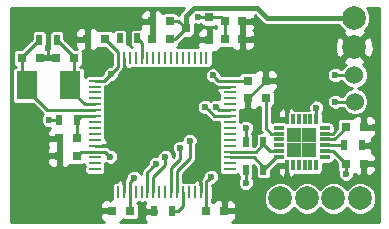
<source format=gbr>
G04 #@! TF.FileFunction,Copper,L1,Top,Signal*
%FSLAX46Y46*%
G04 Gerber Fmt 4.6, Leading zero omitted, Abs format (unit mm)*
G04 Created by KiCad (PCBNEW 4.0.2-stable) date 2017年04月21日 星期五 11:17:21*
%MOMM*%
G01*
G04 APERTURE LIST*
%ADD10C,0.100000*%
%ADD11R,0.800000X0.750000*%
%ADD12C,1.998980*%
%ADD13C,1.524000*%
%ADD14R,0.500000X0.900000*%
%ADD15R,0.800100X0.800100*%
%ADD16R,1.000000X0.250000*%
%ADD17R,0.250000X1.000000*%
%ADD18R,0.300000X0.850000*%
%ADD19R,0.850000X0.300000*%
%ADD20R,1.300000X1.300000*%
%ADD21R,1.700000X2.400000*%
%ADD22C,0.600000*%
%ADD23C,0.400000*%
%ADD24C,0.250000*%
%ADD25C,0.254000*%
G04 APERTURE END LIST*
D10*
D11*
X172900000Y-80075000D03*
X171400000Y-80075000D03*
X172900000Y-78575000D03*
X171400000Y-78575000D03*
X177550000Y-80075000D03*
X179050000Y-80075000D03*
X177550000Y-78575000D03*
X179050000Y-78575000D03*
X164775000Y-81675000D03*
X163275000Y-81675000D03*
X167400000Y-80075000D03*
X165900000Y-80075000D03*
X160375000Y-81675000D03*
X161875000Y-81675000D03*
X165025000Y-88475000D03*
X163525000Y-88475000D03*
X165025000Y-89975000D03*
X163525000Y-89975000D03*
X169500000Y-94625000D03*
X168000000Y-94625000D03*
X179500000Y-83600000D03*
X181000000Y-83600000D03*
X176000000Y-94625000D03*
X177500000Y-94625000D03*
X189300000Y-90625000D03*
X187800000Y-90625000D03*
X181000000Y-85100000D03*
X179500000Y-85100000D03*
X187800000Y-87525000D03*
X189300000Y-87525000D03*
D12*
X188500000Y-78275000D03*
D13*
X188525000Y-83125000D03*
D12*
X188500000Y-80750000D03*
D13*
X188575000Y-85375000D03*
D14*
X171575000Y-94675000D03*
X173075000Y-94675000D03*
X168650000Y-80025000D03*
X170150000Y-80025000D03*
X163325000Y-80125000D03*
X161825000Y-80125000D03*
X163525000Y-86925000D03*
X165025000Y-86925000D03*
X180825000Y-91125000D03*
X179325000Y-91125000D03*
X179325000Y-88800000D03*
X180825000Y-88800000D03*
X187650000Y-89075000D03*
X189150000Y-89075000D03*
D15*
X176223980Y-80125000D03*
X176223980Y-78225000D03*
X174225000Y-79175000D03*
D16*
X166550000Y-83600000D03*
X166550000Y-84100000D03*
X166550000Y-84600000D03*
X166550000Y-85100000D03*
X166550000Y-85600000D03*
X166550000Y-86100000D03*
X166550000Y-86600000D03*
X166550000Y-87100000D03*
X166550000Y-87600000D03*
X166550000Y-88100000D03*
X166550000Y-88600000D03*
X166550000Y-89100000D03*
X166550000Y-89600000D03*
X166550000Y-90100000D03*
X166550000Y-90600000D03*
X166550000Y-91100000D03*
D17*
X168500000Y-93050000D03*
X169000000Y-93050000D03*
X169500000Y-93050000D03*
X170000000Y-93050000D03*
X170500000Y-93050000D03*
X171000000Y-93050000D03*
X171500000Y-93050000D03*
X172000000Y-93050000D03*
X172500000Y-93050000D03*
X173000000Y-93050000D03*
X173500000Y-93050000D03*
X174000000Y-93050000D03*
X174500000Y-93050000D03*
X175000000Y-93050000D03*
X175500000Y-93050000D03*
X176000000Y-93050000D03*
D16*
X177950000Y-91100000D03*
X177950000Y-90600000D03*
X177950000Y-90100000D03*
X177950000Y-89600000D03*
X177950000Y-89100000D03*
X177950000Y-88600000D03*
X177950000Y-88100000D03*
X177950000Y-87600000D03*
X177950000Y-87100000D03*
X177950000Y-86600000D03*
X177950000Y-86100000D03*
X177950000Y-85600000D03*
X177950000Y-85100000D03*
X177950000Y-84600000D03*
X177950000Y-84100000D03*
X177950000Y-83600000D03*
D17*
X176000000Y-81650000D03*
X175500000Y-81650000D03*
X175000000Y-81650000D03*
X174500000Y-81650000D03*
X174000000Y-81650000D03*
X173500000Y-81650000D03*
X173000000Y-81650000D03*
X172500000Y-81650000D03*
X172000000Y-81650000D03*
X171500000Y-81650000D03*
X171000000Y-81650000D03*
X170500000Y-81650000D03*
X170000000Y-81650000D03*
X169500000Y-81650000D03*
X169000000Y-81650000D03*
X168500000Y-81650000D03*
D18*
X182800000Y-90775000D03*
X183300000Y-90775000D03*
X183800000Y-90775000D03*
X184300000Y-90775000D03*
X184800000Y-90775000D03*
X185300000Y-90775000D03*
D19*
X186000000Y-90075000D03*
X186000000Y-89575000D03*
X186000000Y-89075000D03*
X186000000Y-88575000D03*
X186000000Y-88075000D03*
X186000000Y-87575000D03*
D18*
X185300000Y-86875000D03*
X184800000Y-86875000D03*
X184300000Y-86875000D03*
X183800000Y-86875000D03*
X183300000Y-86875000D03*
X182800000Y-86875000D03*
D19*
X182100000Y-87575000D03*
X182100000Y-88075000D03*
X182100000Y-88575000D03*
X182100000Y-89075000D03*
X182100000Y-89575000D03*
X182100000Y-90075000D03*
D20*
X184700000Y-88175000D03*
X183400000Y-88175000D03*
X184700000Y-89475000D03*
X183400000Y-89475000D03*
D21*
X164475000Y-84000000D03*
X160775000Y-84000000D03*
D12*
X182250000Y-93575000D03*
X184500000Y-93575000D03*
X186750000Y-93575000D03*
X189000000Y-93575000D03*
D22*
X176275000Y-84100000D03*
X175075000Y-91725000D03*
X168625000Y-91825000D03*
X167850000Y-88675000D03*
X169350000Y-82800000D03*
X162575000Y-80850000D03*
X170400000Y-78575000D03*
X180050000Y-80075000D03*
X180050000Y-78575000D03*
X182800000Y-85875000D03*
X182800000Y-91775000D03*
X186850000Y-86850000D03*
X190300000Y-87525000D03*
X190300000Y-90625000D03*
X190025000Y-89075000D03*
X178600000Y-94625000D03*
X170725000Y-94675000D03*
X167000000Y-94625000D03*
X162525000Y-89975000D03*
X162525000Y-88475000D03*
X165900000Y-78975000D03*
X175375000Y-80125000D03*
X182100000Y-83600000D03*
X187800004Y-91475000D03*
X179325000Y-92250000D03*
X179325000Y-87600000D03*
X185300000Y-85875000D03*
X175299679Y-78173055D03*
X176525000Y-83150000D03*
X176400000Y-91725000D03*
X169875000Y-91825000D03*
X167850000Y-90025000D03*
X167950000Y-82999999D03*
X162650000Y-86925000D03*
X175900002Y-85825000D03*
X186900000Y-83125000D03*
X176804699Y-85804200D03*
X186900000Y-85375000D03*
X171725000Y-90650000D03*
X172500000Y-90075000D03*
X173775000Y-89295247D03*
X174575000Y-88674990D03*
D23*
X188500000Y-78275000D02*
X181125000Y-78275000D01*
X181125000Y-78275000D02*
X180275000Y-77425000D01*
X180275000Y-77425000D02*
X176944082Y-77425000D01*
X176944082Y-77425000D02*
X176944031Y-77424949D01*
X176944031Y-77424949D02*
X175503929Y-77424949D01*
X175503929Y-77424949D02*
X175503878Y-77425000D01*
X175503878Y-77425000D02*
X174950000Y-77425000D01*
X174225000Y-78150000D02*
X174225000Y-79175000D01*
X174950000Y-77425000D02*
X174225000Y-78150000D01*
D24*
X172900000Y-80075000D02*
X173325000Y-80075000D01*
X173325000Y-80075000D02*
X174225000Y-79175000D01*
X172900000Y-78575000D02*
X173625000Y-78575000D01*
X173625000Y-78575000D02*
X174225000Y-79175000D01*
X177950000Y-84100000D02*
X176275000Y-84100000D01*
X175500000Y-93050000D02*
X175500000Y-92150000D01*
X175500000Y-92150000D02*
X175075000Y-91725000D01*
X169000000Y-93050000D02*
X169000000Y-92200000D01*
X169000000Y-92200000D02*
X168625000Y-91825000D01*
X166550000Y-89100000D02*
X167425000Y-89100000D01*
X167425000Y-89100000D02*
X167850000Y-88675000D01*
X169000000Y-81650000D02*
X169000000Y-82450000D01*
X169000000Y-82450000D02*
X169350000Y-82800000D01*
X162575000Y-81675000D02*
X161875000Y-81675000D01*
X163275000Y-81675000D02*
X162575000Y-81675000D01*
X162575000Y-81675000D02*
X162575000Y-80850000D01*
X171400000Y-78575000D02*
X170400000Y-78575000D01*
X171400000Y-80075000D02*
X171400000Y-78575000D01*
X179050000Y-80075000D02*
X180050000Y-80075000D01*
X179050000Y-78575000D02*
X180050000Y-78575000D01*
X182800000Y-86875000D02*
X182800000Y-85875000D01*
X182800000Y-90775000D02*
X182800000Y-91775000D01*
X186000000Y-88075000D02*
X186675000Y-88075000D01*
X186675000Y-88075000D02*
X186850000Y-87900000D01*
X186850000Y-87900000D02*
X186850000Y-86850000D01*
X189300000Y-87525000D02*
X190300000Y-87525000D01*
X189300000Y-90625000D02*
X190300000Y-90625000D01*
X189150000Y-89075000D02*
X190025000Y-89075000D01*
X177500000Y-94625000D02*
X178600000Y-94625000D01*
X171575000Y-94675000D02*
X170725000Y-94675000D01*
X168000000Y-94625000D02*
X167000000Y-94625000D01*
X163525000Y-89975000D02*
X162525000Y-89975000D01*
X163525000Y-88475000D02*
X162525000Y-88475000D01*
X165900000Y-80075000D02*
X165900000Y-78975000D01*
X179500000Y-85100000D02*
X181000000Y-83600000D01*
X176223980Y-80125000D02*
X175375000Y-80125000D01*
X181000000Y-83600000D02*
X182100000Y-83600000D01*
X187800000Y-91474996D02*
X187800004Y-91475000D01*
X187800000Y-90625000D02*
X187800000Y-91474996D01*
X179325000Y-91125000D02*
X179325000Y-92250000D01*
X179325000Y-88800000D02*
X179325000Y-87600000D01*
X185300000Y-86875000D02*
X185300000Y-85875000D01*
X175351624Y-78225000D02*
X175299679Y-78173055D01*
X176223980Y-78225000D02*
X175351624Y-78225000D01*
X176824999Y-83449999D02*
X176525000Y-83150000D01*
X176975000Y-83600000D02*
X176824999Y-83449999D01*
X177950000Y-83600000D02*
X176975000Y-83600000D01*
X176000000Y-92125000D02*
X176100001Y-92024999D01*
X176100001Y-92024999D02*
X176400000Y-91725000D01*
X176000000Y-93050000D02*
X176000000Y-92125000D01*
X169575001Y-92124999D02*
X169875000Y-91825000D01*
X169500000Y-92200000D02*
X169575001Y-92124999D01*
X169500000Y-93050000D02*
X169500000Y-92200000D01*
X166550000Y-89600000D02*
X167425000Y-89600000D01*
X167425000Y-89600000D02*
X167850000Y-90025000D01*
X168249999Y-82700000D02*
X167950000Y-82999999D01*
X168500000Y-82449999D02*
X168249999Y-82700000D01*
X168500000Y-81650000D02*
X168500000Y-82449999D01*
X167650001Y-83299998D02*
X167950000Y-82999999D01*
X167349999Y-83600000D02*
X167650001Y-83299998D01*
X166550000Y-83600000D02*
X167349999Y-83600000D01*
X163525000Y-86925000D02*
X162650000Y-86925000D01*
X177550000Y-80075000D02*
X177550000Y-78575000D01*
X176223980Y-78225000D02*
X177200000Y-78225000D01*
X177200000Y-78225000D02*
X177550000Y-78575000D01*
X186750000Y-89575000D02*
X187800000Y-90625000D01*
X186000000Y-89575000D02*
X186750000Y-89575000D01*
X176000000Y-94625000D02*
X176000000Y-93050000D01*
X168500000Y-81650000D02*
X168500000Y-81175000D01*
X168500000Y-81175000D02*
X167400000Y-80075000D01*
X175975000Y-77976020D02*
X176223980Y-78225000D01*
X177950000Y-83600000D02*
X179500000Y-83600000D01*
X169500000Y-93050000D02*
X169500000Y-94625000D01*
X166550000Y-89600000D02*
X165400000Y-89600000D01*
X165400000Y-89600000D02*
X165025000Y-89975000D01*
X164775000Y-81675000D02*
X164775000Y-81575000D01*
X164775000Y-81575000D02*
X163325000Y-80125000D01*
X164775000Y-81675000D02*
X164775000Y-83700000D01*
X164775000Y-83700000D02*
X164475000Y-84000000D01*
X166550000Y-85600000D02*
X165725000Y-85600000D01*
X164475000Y-84350000D02*
X164475000Y-84000000D01*
X165725000Y-85600000D02*
X164475000Y-84350000D01*
X160375000Y-81675000D02*
X160375000Y-81575000D01*
X160375000Y-81575000D02*
X161825000Y-80125000D01*
X160375000Y-81675000D02*
X160375000Y-83600000D01*
X160375000Y-83600000D02*
X160775000Y-84000000D01*
X166550000Y-86100000D02*
X162525000Y-86100000D01*
X162525000Y-86100000D02*
X160775000Y-84350000D01*
X160775000Y-84350000D02*
X160775000Y-84000000D01*
X165025000Y-88475000D02*
X165025000Y-86925000D01*
X166550000Y-86600000D02*
X165350000Y-86600000D01*
X165350000Y-86600000D02*
X165025000Y-86925000D01*
X181000000Y-85100000D02*
X181000000Y-87575000D01*
X181000000Y-87575000D02*
X181500000Y-88075000D01*
X181500000Y-88075000D02*
X182100000Y-88075000D01*
X186000000Y-88575000D02*
X186825000Y-88575000D01*
X186825000Y-88575000D02*
X187800000Y-87600000D01*
X187800000Y-87600000D02*
X187800000Y-87525000D01*
X176200001Y-86124999D02*
X175900002Y-85825000D01*
X176675002Y-86600000D02*
X176200001Y-86124999D01*
X177950000Y-86600000D02*
X176675002Y-86600000D01*
X188525000Y-83125000D02*
X186900000Y-83125000D01*
X177100499Y-86100000D02*
X176804699Y-85804200D01*
X177950000Y-86100000D02*
X177100499Y-86100000D01*
X188575000Y-85375000D02*
X186900000Y-85375000D01*
X173575000Y-94675000D02*
X174000000Y-94250000D01*
X174000000Y-94250000D02*
X174000000Y-93050000D01*
X173075000Y-94675000D02*
X173575000Y-94675000D01*
X170150000Y-80025000D02*
X170500000Y-80375000D01*
X170500000Y-80375000D02*
X170500000Y-81650000D01*
X182100000Y-90075000D02*
X181875000Y-90075000D01*
X181875000Y-90075000D02*
X180825000Y-91125000D01*
X177950000Y-90100000D02*
X180000000Y-90100000D01*
X180000000Y-90100000D02*
X180825000Y-90925000D01*
X180825000Y-90925000D02*
X180825000Y-91125000D01*
X182100000Y-89575000D02*
X181400000Y-89575000D01*
X181400000Y-89575000D02*
X180825000Y-89000000D01*
X180825000Y-89000000D02*
X180825000Y-88800000D01*
X177950000Y-89600000D02*
X180225000Y-89600000D01*
X180225000Y-89600000D02*
X180825000Y-89000000D01*
X186000000Y-89075000D02*
X187650000Y-89075000D01*
X171425001Y-90949999D02*
X171725000Y-90650000D01*
X171000000Y-91375000D02*
X171425001Y-90949999D01*
X171000000Y-93050000D02*
X171000000Y-91375000D01*
X172500000Y-90499264D02*
X172500000Y-90075000D01*
X172500000Y-90775004D02*
X172500000Y-90499264D01*
X171500000Y-91775004D02*
X172500000Y-90775004D01*
X171500000Y-93050000D02*
X171500000Y-91775004D01*
X173000000Y-93050000D02*
X173000000Y-90975000D01*
X173000000Y-90975000D02*
X173775000Y-90200000D01*
X173775000Y-90200000D02*
X173775000Y-89295247D01*
X173500000Y-93050000D02*
X173500000Y-91250000D01*
X174575000Y-89099254D02*
X174575000Y-88674990D01*
X173500000Y-91250000D02*
X174575000Y-90175000D01*
X174575000Y-90175000D02*
X174575000Y-89099254D01*
D25*
G36*
X173814171Y-77739171D02*
X173688226Y-77927661D01*
X173662015Y-78059435D01*
X173661897Y-78058810D01*
X173578454Y-77929135D01*
X173451134Y-77842141D01*
X173300000Y-77811536D01*
X172500000Y-77811536D01*
X172358810Y-77838103D01*
X172341919Y-77848972D01*
X172338327Y-77840301D01*
X172159698Y-77661673D01*
X171926309Y-77565000D01*
X171685750Y-77565000D01*
X171527000Y-77723750D01*
X171527000Y-78448000D01*
X171547000Y-78448000D01*
X171547000Y-78702000D01*
X171527000Y-78702000D01*
X171527000Y-79948000D01*
X171547000Y-79948000D01*
X171547000Y-80202000D01*
X171527000Y-80202000D01*
X171527000Y-80222000D01*
X171273000Y-80222000D01*
X171273000Y-80202000D01*
X171253000Y-80202000D01*
X171253000Y-79948000D01*
X171273000Y-79948000D01*
X171273000Y-78702000D01*
X170523750Y-78702000D01*
X170365000Y-78860750D01*
X170365000Y-79076310D01*
X170411633Y-79188892D01*
X170400000Y-79186536D01*
X169900000Y-79186536D01*
X169758810Y-79213103D01*
X169629135Y-79296546D01*
X169542141Y-79423866D01*
X169511536Y-79575000D01*
X169511536Y-80475000D01*
X169538103Y-80616190D01*
X169621546Y-80745865D01*
X169652687Y-80767143D01*
X169636989Y-80763964D01*
X169484699Y-80611673D01*
X169278115Y-80526103D01*
X169288464Y-80475000D01*
X169288464Y-79575000D01*
X169261897Y-79433810D01*
X169178454Y-79304135D01*
X169051134Y-79217141D01*
X168900000Y-79186536D01*
X168400000Y-79186536D01*
X168258810Y-79213103D01*
X168129135Y-79296546D01*
X168051244Y-79410543D01*
X167951134Y-79342141D01*
X167800000Y-79311536D01*
X167000000Y-79311536D01*
X166858810Y-79338103D01*
X166841919Y-79348972D01*
X166838327Y-79340301D01*
X166659698Y-79161673D01*
X166426309Y-79065000D01*
X166185750Y-79065000D01*
X166027000Y-79223750D01*
X166027000Y-79948000D01*
X166047000Y-79948000D01*
X166047000Y-80202000D01*
X166027000Y-80202000D01*
X166027000Y-80926250D01*
X166185750Y-81085000D01*
X166426309Y-81085000D01*
X166659698Y-80988327D01*
X166838327Y-80809699D01*
X166841246Y-80802652D01*
X166848866Y-80807859D01*
X167000000Y-80838464D01*
X167447872Y-80838464D01*
X167986536Y-81377128D01*
X167986536Y-82150000D01*
X167994000Y-82189667D01*
X167994000Y-82240407D01*
X167915439Y-82318968D01*
X167815135Y-82318881D01*
X167564748Y-82422338D01*
X167373013Y-82613740D01*
X167269118Y-82863945D01*
X167269030Y-82965377D01*
X167140407Y-83094000D01*
X167086859Y-83094000D01*
X167050000Y-83086536D01*
X166050000Y-83086536D01*
X165908810Y-83113103D01*
X165779135Y-83196546D01*
X165713464Y-83292659D01*
X165713464Y-82800000D01*
X165686897Y-82658810D01*
X165603454Y-82529135D01*
X165476134Y-82442141D01*
X165325000Y-82411536D01*
X165316751Y-82411536D01*
X165445865Y-82328454D01*
X165532859Y-82201134D01*
X165563464Y-82050000D01*
X165563464Y-81300000D01*
X165536897Y-81158810D01*
X165489402Y-81085000D01*
X165614250Y-81085000D01*
X165773000Y-80926250D01*
X165773000Y-80202000D01*
X165023750Y-80202000D01*
X164865000Y-80360750D01*
X164865000Y-80576310D01*
X164961673Y-80809699D01*
X165063511Y-80911536D01*
X164827128Y-80911536D01*
X163963464Y-80047872D01*
X163963464Y-79675000D01*
X163944402Y-79573690D01*
X164865000Y-79573690D01*
X164865000Y-79789250D01*
X165023750Y-79948000D01*
X165773000Y-79948000D01*
X165773000Y-79223750D01*
X165614250Y-79065000D01*
X165373691Y-79065000D01*
X165140302Y-79161673D01*
X164961673Y-79340301D01*
X164865000Y-79573690D01*
X163944402Y-79573690D01*
X163936897Y-79533810D01*
X163853454Y-79404135D01*
X163726134Y-79317141D01*
X163575000Y-79286536D01*
X163075000Y-79286536D01*
X162933810Y-79313103D01*
X162804135Y-79396546D01*
X162717141Y-79523866D01*
X162686536Y-79675000D01*
X162686536Y-80575000D01*
X162706740Y-80682376D01*
X162575000Y-80736945D01*
X162441839Y-80681788D01*
X162463464Y-80575000D01*
X162463464Y-79675000D01*
X162436897Y-79533810D01*
X162353454Y-79404135D01*
X162226134Y-79317141D01*
X162075000Y-79286536D01*
X161575000Y-79286536D01*
X161433810Y-79313103D01*
X161304135Y-79396546D01*
X161217141Y-79523866D01*
X161186536Y-79675000D01*
X161186536Y-80047872D01*
X160322872Y-80911536D01*
X159975000Y-80911536D01*
X159833810Y-80938103D01*
X159704135Y-81021546D01*
X159617141Y-81148866D01*
X159586536Y-81300000D01*
X159586536Y-82050000D01*
X159613103Y-82191190D01*
X159696546Y-82320865D01*
X159823866Y-82407859D01*
X159869000Y-82416999D01*
X159869000Y-82422073D01*
X159783810Y-82438103D01*
X159654135Y-82521546D01*
X159567141Y-82648866D01*
X159536536Y-82800000D01*
X159536536Y-85200000D01*
X159563103Y-85341190D01*
X159646546Y-85470865D01*
X159773866Y-85557859D01*
X159925000Y-85588464D01*
X161297872Y-85588464D01*
X162160657Y-86451249D01*
X162073013Y-86538741D01*
X161969118Y-86788946D01*
X161968882Y-87059865D01*
X162072339Y-87310252D01*
X162263741Y-87501987D01*
X162513946Y-87605882D01*
X162720912Y-87606062D01*
X162586673Y-87740301D01*
X162490000Y-87973690D01*
X162490000Y-88189250D01*
X162648750Y-88348000D01*
X163398000Y-88348000D01*
X163398000Y-88328000D01*
X163652000Y-88328000D01*
X163652000Y-88348000D01*
X163672000Y-88348000D01*
X163672000Y-88602000D01*
X163652000Y-88602000D01*
X163652000Y-89848000D01*
X163672000Y-89848000D01*
X163672000Y-90102000D01*
X163652000Y-90102000D01*
X163652000Y-90826250D01*
X163810750Y-90985000D01*
X164051309Y-90985000D01*
X164284698Y-90888327D01*
X164463327Y-90709699D01*
X164466246Y-90702652D01*
X164473866Y-90707859D01*
X164625000Y-90738464D01*
X165425000Y-90738464D01*
X165566190Y-90711897D01*
X165661536Y-90650544D01*
X165661536Y-90725000D01*
X165685920Y-90854588D01*
X165661536Y-90975000D01*
X165661536Y-91225000D01*
X165688103Y-91366190D01*
X165771546Y-91495865D01*
X165898866Y-91582859D01*
X166050000Y-91613464D01*
X167050000Y-91613464D01*
X167191190Y-91586897D01*
X167320865Y-91503454D01*
X167407859Y-91376134D01*
X167438464Y-91225000D01*
X167438464Y-90975000D01*
X167414080Y-90845412D01*
X167438464Y-90725000D01*
X167438464Y-90576666D01*
X167463741Y-90601987D01*
X167713946Y-90705882D01*
X167984865Y-90706118D01*
X168235252Y-90602661D01*
X168426987Y-90411259D01*
X168530882Y-90161054D01*
X168531118Y-89890135D01*
X168427661Y-89639748D01*
X168236259Y-89448013D01*
X167986054Y-89344118D01*
X167884622Y-89344030D01*
X167782796Y-89242204D01*
X167618638Y-89132517D01*
X167425000Y-89094000D01*
X167153441Y-89094000D01*
X167191190Y-89086897D01*
X167267956Y-89037500D01*
X167526250Y-89037500D01*
X167685000Y-88878750D01*
X167685000Y-88848690D01*
X167588327Y-88615301D01*
X167436248Y-88463223D01*
X167414080Y-88345412D01*
X167438464Y-88225000D01*
X167438464Y-87975000D01*
X167414080Y-87845412D01*
X167438464Y-87725000D01*
X167438464Y-87475000D01*
X167414080Y-87345412D01*
X167438464Y-87225000D01*
X167438464Y-86975000D01*
X167414080Y-86845412D01*
X167438464Y-86725000D01*
X167438464Y-86475000D01*
X167414080Y-86345412D01*
X167438464Y-86225000D01*
X167438464Y-85975000D01*
X167435617Y-85959865D01*
X175218884Y-85959865D01*
X175322341Y-86210252D01*
X175513743Y-86401987D01*
X175763948Y-86505882D01*
X175865380Y-86505970D01*
X176317206Y-86957796D01*
X176481364Y-87067483D01*
X176675002Y-87106000D01*
X177061536Y-87106000D01*
X177061536Y-87225000D01*
X177085920Y-87354588D01*
X177061536Y-87475000D01*
X177061536Y-87725000D01*
X177085920Y-87854588D01*
X177061536Y-87975000D01*
X177061536Y-88225000D01*
X177085920Y-88354588D01*
X177061536Y-88475000D01*
X177061536Y-88725000D01*
X177085920Y-88854588D01*
X177061536Y-88975000D01*
X177061536Y-89225000D01*
X177085920Y-89354588D01*
X177061536Y-89475000D01*
X177061536Y-89725000D01*
X177085920Y-89854588D01*
X177061536Y-89975000D01*
X177061536Y-90225000D01*
X177085920Y-90354588D01*
X177061536Y-90475000D01*
X177061536Y-90725000D01*
X177085920Y-90854588D01*
X177061536Y-90975000D01*
X177061536Y-91225000D01*
X177088103Y-91366190D01*
X177171546Y-91495865D01*
X177298866Y-91582859D01*
X177450000Y-91613464D01*
X178450000Y-91613464D01*
X178591190Y-91586897D01*
X178686536Y-91525544D01*
X178686536Y-91575000D01*
X178713103Y-91716190D01*
X178784568Y-91827250D01*
X178748013Y-91863741D01*
X178644118Y-92113946D01*
X178643882Y-92384865D01*
X178747339Y-92635252D01*
X178938741Y-92826987D01*
X179188946Y-92930882D01*
X179459865Y-92931118D01*
X179710252Y-92827661D01*
X179901987Y-92636259D01*
X180005882Y-92386054D01*
X180006118Y-92115135D01*
X179902661Y-91864748D01*
X179864362Y-91826383D01*
X179932859Y-91726134D01*
X179963464Y-91575000D01*
X179963464Y-90779056D01*
X180186536Y-91002128D01*
X180186536Y-91575000D01*
X180213103Y-91716190D01*
X180296546Y-91845865D01*
X180423866Y-91932859D01*
X180575000Y-91963464D01*
X181075000Y-91963464D01*
X181216190Y-91936897D01*
X181345865Y-91853454D01*
X181432859Y-91726134D01*
X181463464Y-91575000D01*
X181463464Y-91202128D01*
X181604842Y-91060750D01*
X182015000Y-91060750D01*
X182015000Y-91326309D01*
X182111673Y-91559698D01*
X182290301Y-91738327D01*
X182523690Y-91835000D01*
X182566250Y-91835000D01*
X182725000Y-91676250D01*
X182725000Y-90902000D01*
X182173750Y-90902000D01*
X182015000Y-91060750D01*
X181604842Y-91060750D01*
X182052128Y-90613464D01*
X182139214Y-90613464D01*
X182173750Y-90648000D01*
X182725000Y-90648000D01*
X182725000Y-90628000D01*
X182761536Y-90628000D01*
X182761536Y-91200000D01*
X182788103Y-91341190D01*
X182871546Y-91470865D01*
X182875000Y-91473225D01*
X182875000Y-91676250D01*
X183033750Y-91835000D01*
X183076310Y-91835000D01*
X183309699Y-91738327D01*
X183461777Y-91586248D01*
X183553670Y-91568957D01*
X183650000Y-91588464D01*
X183950000Y-91588464D01*
X184053670Y-91568957D01*
X184150000Y-91588464D01*
X184450000Y-91588464D01*
X184553670Y-91568957D01*
X184650000Y-91588464D01*
X184950000Y-91588464D01*
X185053670Y-91568957D01*
X185150000Y-91588464D01*
X185450000Y-91588464D01*
X185591190Y-91561897D01*
X185720865Y-91478454D01*
X185807859Y-91351134D01*
X185838464Y-91200000D01*
X185838464Y-90613464D01*
X186425000Y-90613464D01*
X186566190Y-90586897D01*
X186695865Y-90503454D01*
X186782859Y-90376134D01*
X186791731Y-90332323D01*
X187011536Y-90552128D01*
X187011536Y-91000000D01*
X187038103Y-91141190D01*
X187121546Y-91270865D01*
X187141680Y-91284622D01*
X187119122Y-91338946D01*
X187118886Y-91609865D01*
X187222343Y-91860252D01*
X187413745Y-92051987D01*
X187663950Y-92155882D01*
X187934869Y-92156118D01*
X188185256Y-92052661D01*
X188376991Y-91861259D01*
X188480886Y-91611054D01*
X188481001Y-91479026D01*
X188540302Y-91538327D01*
X188773691Y-91635000D01*
X189014250Y-91635000D01*
X189173000Y-91476250D01*
X189173000Y-90752000D01*
X189427000Y-90752000D01*
X189427000Y-91476250D01*
X189585750Y-91635000D01*
X189826309Y-91635000D01*
X190059698Y-91538327D01*
X190238327Y-91359699D01*
X190335000Y-91126310D01*
X190335000Y-90910750D01*
X190176250Y-90752000D01*
X189427000Y-90752000D01*
X189173000Y-90752000D01*
X189153000Y-90752000D01*
X189153000Y-90498000D01*
X189173000Y-90498000D01*
X189173000Y-90478000D01*
X189427000Y-90478000D01*
X189427000Y-90498000D01*
X190176250Y-90498000D01*
X190335000Y-90339250D01*
X190335000Y-90123690D01*
X190238327Y-89890301D01*
X190059698Y-89711673D01*
X190017275Y-89694101D01*
X190035000Y-89651310D01*
X190035000Y-89360750D01*
X189876250Y-89202000D01*
X189275000Y-89202000D01*
X189275000Y-89222000D01*
X189025000Y-89222000D01*
X189025000Y-89202000D01*
X189003000Y-89202000D01*
X189003000Y-88948000D01*
X189025000Y-88948000D01*
X189025000Y-88928000D01*
X189275000Y-88928000D01*
X189275000Y-88948000D01*
X189876250Y-88948000D01*
X190035000Y-88789250D01*
X190035000Y-88498690D01*
X190017275Y-88455899D01*
X190059698Y-88438327D01*
X190238327Y-88259699D01*
X190335000Y-88026310D01*
X190335000Y-87810750D01*
X190176250Y-87652000D01*
X189427000Y-87652000D01*
X189427000Y-87672000D01*
X189173000Y-87672000D01*
X189173000Y-87652000D01*
X189153000Y-87652000D01*
X189153000Y-87398000D01*
X189173000Y-87398000D01*
X189173000Y-86673750D01*
X189427000Y-86673750D01*
X189427000Y-87398000D01*
X190176250Y-87398000D01*
X190335000Y-87239250D01*
X190335000Y-87023690D01*
X190238327Y-86790301D01*
X190059698Y-86611673D01*
X189826309Y-86515000D01*
X189585750Y-86515000D01*
X189427000Y-86673750D01*
X189173000Y-86673750D01*
X189014250Y-86515000D01*
X188809099Y-86515000D01*
X189221612Y-86344554D01*
X189543423Y-86023303D01*
X189717801Y-85603354D01*
X189718198Y-85148641D01*
X189544554Y-84728388D01*
X189223303Y-84406577D01*
X188820875Y-84239475D01*
X189171612Y-84094554D01*
X189493423Y-83773303D01*
X189667801Y-83353354D01*
X189668198Y-82898641D01*
X189494554Y-82478388D01*
X189240750Y-82224141D01*
X189373958Y-82168965D01*
X189472557Y-81902163D01*
X188500000Y-80929605D01*
X187527443Y-81902163D01*
X187626042Y-82168965D01*
X187800080Y-82233618D01*
X187556577Y-82476697D01*
X187497488Y-82619000D01*
X187357123Y-82619000D01*
X187286259Y-82548013D01*
X187036054Y-82444118D01*
X186765135Y-82443882D01*
X186514748Y-82547339D01*
X186323013Y-82738741D01*
X186219118Y-82988946D01*
X186218882Y-83259865D01*
X186322339Y-83510252D01*
X186513741Y-83701987D01*
X186763946Y-83805882D01*
X187034865Y-83806118D01*
X187285252Y-83702661D01*
X187357038Y-83631000D01*
X187497347Y-83631000D01*
X187555446Y-83771612D01*
X187876697Y-84093423D01*
X188279125Y-84260525D01*
X187928388Y-84405446D01*
X187606577Y-84726697D01*
X187547488Y-84869000D01*
X187357123Y-84869000D01*
X187286259Y-84798013D01*
X187036054Y-84694118D01*
X186765135Y-84693882D01*
X186514748Y-84797339D01*
X186323013Y-84988741D01*
X186219118Y-85238946D01*
X186218882Y-85509865D01*
X186322339Y-85760252D01*
X186513741Y-85951987D01*
X186763946Y-86055882D01*
X187034865Y-86056118D01*
X187285252Y-85952661D01*
X187357038Y-85881000D01*
X187547347Y-85881000D01*
X187605446Y-86021612D01*
X187926697Y-86343423D01*
X188346646Y-86517801D01*
X188766045Y-86518167D01*
X188540302Y-86611673D01*
X188361673Y-86790301D01*
X188358754Y-86797348D01*
X188351134Y-86792141D01*
X188200000Y-86761536D01*
X187400000Y-86761536D01*
X187258810Y-86788103D01*
X187129135Y-86871546D01*
X187042141Y-86998866D01*
X187011536Y-87150000D01*
X187011536Y-87672872D01*
X187008954Y-87675454D01*
X186963327Y-87565301D01*
X186811248Y-87413223D01*
X186786897Y-87283810D01*
X186703454Y-87154135D01*
X186576134Y-87067141D01*
X186425000Y-87036536D01*
X185838464Y-87036536D01*
X185838464Y-86450000D01*
X185814657Y-86323480D01*
X185876987Y-86261259D01*
X185980882Y-86011054D01*
X185981118Y-85740135D01*
X185877661Y-85489748D01*
X185686259Y-85298013D01*
X185436054Y-85194118D01*
X185165135Y-85193882D01*
X184914748Y-85297339D01*
X184723013Y-85488741D01*
X184619118Y-85738946D01*
X184618882Y-86009865D01*
X184640937Y-86063241D01*
X184546330Y-86081043D01*
X184450000Y-86061536D01*
X184150000Y-86061536D01*
X184046330Y-86081043D01*
X183950000Y-86061536D01*
X183650000Y-86061536D01*
X183546330Y-86081043D01*
X183461989Y-86063964D01*
X183309699Y-85911673D01*
X183076310Y-85815000D01*
X183033750Y-85815000D01*
X182875000Y-85973750D01*
X182875000Y-86177598D01*
X182792141Y-86298866D01*
X182761536Y-86450000D01*
X182761536Y-87022000D01*
X182725000Y-87022000D01*
X182725000Y-87002000D01*
X182173750Y-87002000D01*
X182139214Y-87036536D01*
X181675000Y-87036536D01*
X181533810Y-87063103D01*
X181506000Y-87080998D01*
X181506000Y-86323691D01*
X182015000Y-86323691D01*
X182015000Y-86589250D01*
X182173750Y-86748000D01*
X182725000Y-86748000D01*
X182725000Y-85973750D01*
X182566250Y-85815000D01*
X182523690Y-85815000D01*
X182290301Y-85911673D01*
X182111673Y-86090302D01*
X182015000Y-86323691D01*
X181506000Y-86323691D01*
X181506000Y-85843519D01*
X181541190Y-85836897D01*
X181670865Y-85753454D01*
X181757859Y-85626134D01*
X181788464Y-85475000D01*
X181788464Y-84725000D01*
X181761897Y-84583810D01*
X181725625Y-84527441D01*
X181759698Y-84513327D01*
X181938327Y-84334699D01*
X182035000Y-84101310D01*
X182035000Y-83885750D01*
X181876250Y-83727000D01*
X181127000Y-83727000D01*
X181127000Y-83747000D01*
X180873000Y-83747000D01*
X180873000Y-83727000D01*
X180853000Y-83727000D01*
X180853000Y-83473000D01*
X180873000Y-83473000D01*
X180873000Y-82748750D01*
X181127000Y-82748750D01*
X181127000Y-83473000D01*
X181876250Y-83473000D01*
X182035000Y-83314250D01*
X182035000Y-83098690D01*
X181938327Y-82865301D01*
X181759698Y-82686673D01*
X181526309Y-82590000D01*
X181285750Y-82590000D01*
X181127000Y-82748750D01*
X180873000Y-82748750D01*
X180714250Y-82590000D01*
X180473691Y-82590000D01*
X180240302Y-82686673D01*
X180061673Y-82865301D01*
X180058754Y-82872348D01*
X180051134Y-82867141D01*
X179900000Y-82836536D01*
X179100000Y-82836536D01*
X178958810Y-82863103D01*
X178829135Y-82946546D01*
X178742141Y-83073866D01*
X178738064Y-83094000D01*
X178486859Y-83094000D01*
X178450000Y-83086536D01*
X177450000Y-83086536D01*
X177410333Y-83094000D01*
X177206049Y-83094000D01*
X177206118Y-83015135D01*
X177102661Y-82764748D01*
X176911259Y-82573013D01*
X176661054Y-82469118D01*
X176390135Y-82468882D01*
X176139748Y-82572339D01*
X175948013Y-82763741D01*
X175844118Y-83013946D01*
X175843882Y-83284865D01*
X175947339Y-83535252D01*
X176138741Y-83726987D01*
X176388946Y-83830882D01*
X176490378Y-83830970D01*
X176617204Y-83957796D01*
X176781362Y-84067483D01*
X176975000Y-84106000D01*
X177346559Y-84106000D01*
X177308810Y-84113103D01*
X177232044Y-84162500D01*
X176973750Y-84162500D01*
X176815000Y-84321250D01*
X176815000Y-84351310D01*
X176911673Y-84584699D01*
X177063752Y-84736777D01*
X177085920Y-84854588D01*
X177061536Y-84975000D01*
X177061536Y-85173472D01*
X176940753Y-85123318D01*
X176669834Y-85123082D01*
X176419447Y-85226539D01*
X176342001Y-85303850D01*
X176286261Y-85248013D01*
X176036056Y-85144118D01*
X175765137Y-85143882D01*
X175514750Y-85247339D01*
X175323015Y-85438741D01*
X175219120Y-85688946D01*
X175218884Y-85959865D01*
X167435617Y-85959865D01*
X167414080Y-85845412D01*
X167438464Y-85725000D01*
X167438464Y-85475000D01*
X167414080Y-85345412D01*
X167438464Y-85225000D01*
X167438464Y-84975000D01*
X167414080Y-84845412D01*
X167438464Y-84725000D01*
X167438464Y-84475000D01*
X167414080Y-84345412D01*
X167438464Y-84225000D01*
X167438464Y-84088403D01*
X167543637Y-84067483D01*
X167707795Y-83957796D01*
X167984561Y-83681030D01*
X168084865Y-83681117D01*
X168335252Y-83577660D01*
X168526987Y-83386258D01*
X168630882Y-83136053D01*
X168630970Y-83034621D01*
X168857796Y-82807795D01*
X168967483Y-82643637D01*
X169006000Y-82449999D01*
X169006000Y-82253441D01*
X169013103Y-82291190D01*
X169062500Y-82367956D01*
X169062500Y-82626250D01*
X169221250Y-82785000D01*
X169251310Y-82785000D01*
X169484699Y-82688327D01*
X169636777Y-82536248D01*
X169754588Y-82514080D01*
X169875000Y-82538464D01*
X170125000Y-82538464D01*
X170254588Y-82514080D01*
X170375000Y-82538464D01*
X170625000Y-82538464D01*
X170754588Y-82514080D01*
X170875000Y-82538464D01*
X171125000Y-82538464D01*
X171254588Y-82514080D01*
X171375000Y-82538464D01*
X171625000Y-82538464D01*
X171754588Y-82514080D01*
X171875000Y-82538464D01*
X172125000Y-82538464D01*
X172254588Y-82514080D01*
X172375000Y-82538464D01*
X172625000Y-82538464D01*
X172754588Y-82514080D01*
X172875000Y-82538464D01*
X173125000Y-82538464D01*
X173254588Y-82514080D01*
X173375000Y-82538464D01*
X173625000Y-82538464D01*
X173754588Y-82514080D01*
X173875000Y-82538464D01*
X174125000Y-82538464D01*
X174254588Y-82514080D01*
X174375000Y-82538464D01*
X174625000Y-82538464D01*
X174754588Y-82514080D01*
X174875000Y-82538464D01*
X175125000Y-82538464D01*
X175254588Y-82514080D01*
X175375000Y-82538464D01*
X175625000Y-82538464D01*
X175754588Y-82514080D01*
X175875000Y-82538464D01*
X176125000Y-82538464D01*
X176266190Y-82511897D01*
X176395865Y-82428454D01*
X176482859Y-82301134D01*
X176513464Y-82150000D01*
X176513464Y-81160050D01*
X176750340Y-81160050D01*
X176983729Y-81063377D01*
X177162357Y-80884748D01*
X177181528Y-80838464D01*
X177950000Y-80838464D01*
X178091190Y-80811897D01*
X178108081Y-80801028D01*
X178111673Y-80809699D01*
X178290302Y-80988327D01*
X178523691Y-81085000D01*
X178764250Y-81085000D01*
X178923000Y-80926250D01*
X178923000Y-80202000D01*
X179177000Y-80202000D01*
X179177000Y-80926250D01*
X179335750Y-81085000D01*
X179576309Y-81085000D01*
X179809698Y-80988327D01*
X179988327Y-80809699D01*
X180085000Y-80576310D01*
X180085000Y-80485582D01*
X186854599Y-80485582D01*
X186878659Y-81135377D01*
X187081035Y-81623958D01*
X187347837Y-81722557D01*
X188320395Y-80750000D01*
X188679605Y-80750000D01*
X189652163Y-81722557D01*
X189918965Y-81623958D01*
X190145401Y-81014418D01*
X190121341Y-80364623D01*
X189918965Y-79876042D01*
X189652163Y-79777443D01*
X188679605Y-80750000D01*
X188320395Y-80750000D01*
X187347837Y-79777443D01*
X187081035Y-79876042D01*
X186854599Y-80485582D01*
X180085000Y-80485582D01*
X180085000Y-80360750D01*
X179926250Y-80202000D01*
X179177000Y-80202000D01*
X178923000Y-80202000D01*
X178903000Y-80202000D01*
X178903000Y-79948000D01*
X178923000Y-79948000D01*
X178923000Y-78702000D01*
X179177000Y-78702000D01*
X179177000Y-79948000D01*
X179926250Y-79948000D01*
X180085000Y-79789250D01*
X180085000Y-79573690D01*
X179988327Y-79340301D01*
X179973026Y-79325000D01*
X179988327Y-79309699D01*
X180085000Y-79076310D01*
X180085000Y-78860750D01*
X179926250Y-78702000D01*
X179177000Y-78702000D01*
X178923000Y-78702000D01*
X178903000Y-78702000D01*
X178903000Y-78448000D01*
X178923000Y-78448000D01*
X178923000Y-78428000D01*
X179177000Y-78428000D01*
X179177000Y-78448000D01*
X179926250Y-78448000D01*
X180085000Y-78289250D01*
X180085000Y-78073690D01*
X180072957Y-78044615D01*
X180714171Y-78685829D01*
X180902661Y-78811774D01*
X181125000Y-78856000D01*
X187246372Y-78856000D01*
X187328995Y-79055963D01*
X187619975Y-79347452D01*
X187527443Y-79597837D01*
X188500000Y-80570395D01*
X189472557Y-79597837D01*
X189379934Y-79347206D01*
X189669640Y-79058006D01*
X189880249Y-78550801D01*
X189880729Y-78001608D01*
X189671005Y-77494037D01*
X189608078Y-77431000D01*
X190569000Y-77431000D01*
X190569000Y-95569000D01*
X178185647Y-95569000D01*
X178259698Y-95538327D01*
X178438327Y-95359699D01*
X178535000Y-95126310D01*
X178535000Y-94910750D01*
X178376250Y-94752000D01*
X177627000Y-94752000D01*
X177627000Y-94772000D01*
X177373000Y-94772000D01*
X177373000Y-94752000D01*
X177353000Y-94752000D01*
X177353000Y-94498000D01*
X177373000Y-94498000D01*
X177373000Y-93773750D01*
X177627000Y-93773750D01*
X177627000Y-94498000D01*
X178376250Y-94498000D01*
X178535000Y-94339250D01*
X178535000Y-94123690D01*
X178438327Y-93890301D01*
X178396418Y-93848392D01*
X180869271Y-93848392D01*
X181078995Y-94355963D01*
X181466994Y-94744640D01*
X181974199Y-94955249D01*
X182523392Y-94955729D01*
X183030963Y-94746005D01*
X183375260Y-94402309D01*
X183716994Y-94744640D01*
X184224199Y-94955249D01*
X184773392Y-94955729D01*
X185280963Y-94746005D01*
X185625260Y-94402309D01*
X185966994Y-94744640D01*
X186474199Y-94955249D01*
X187023392Y-94955729D01*
X187530963Y-94746005D01*
X187875260Y-94402309D01*
X188216994Y-94744640D01*
X188724199Y-94955249D01*
X189273392Y-94955729D01*
X189780963Y-94746005D01*
X190169640Y-94358006D01*
X190380249Y-93850801D01*
X190380729Y-93301608D01*
X190171005Y-92794037D01*
X189783006Y-92405360D01*
X189275801Y-92194751D01*
X188726608Y-92194271D01*
X188219037Y-92403995D01*
X187874740Y-92747691D01*
X187533006Y-92405360D01*
X187025801Y-92194751D01*
X186476608Y-92194271D01*
X185969037Y-92403995D01*
X185624740Y-92747691D01*
X185283006Y-92405360D01*
X184775801Y-92194751D01*
X184226608Y-92194271D01*
X183719037Y-92403995D01*
X183374740Y-92747691D01*
X183033006Y-92405360D01*
X182525801Y-92194751D01*
X181976608Y-92194271D01*
X181469037Y-92403995D01*
X181080360Y-92791994D01*
X180869751Y-93299199D01*
X180869271Y-93848392D01*
X178396418Y-93848392D01*
X178259698Y-93711673D01*
X178026309Y-93615000D01*
X177785750Y-93615000D01*
X177627000Y-93773750D01*
X177373000Y-93773750D01*
X177214250Y-93615000D01*
X176973691Y-93615000D01*
X176740302Y-93711673D01*
X176561673Y-93890301D01*
X176558754Y-93897348D01*
X176551134Y-93892141D01*
X176506000Y-93883001D01*
X176506000Y-93586859D01*
X176513464Y-93550000D01*
X176513464Y-92550000D01*
X176506000Y-92510333D01*
X176506000Y-92406093D01*
X176534865Y-92406118D01*
X176785252Y-92302661D01*
X176976987Y-92111259D01*
X177080882Y-91861054D01*
X177081118Y-91590135D01*
X176977661Y-91339748D01*
X176786259Y-91148013D01*
X176536054Y-91044118D01*
X176265135Y-91043882D01*
X176014748Y-91147339D01*
X175823013Y-91338741D01*
X175719118Y-91588946D01*
X175719030Y-91690378D01*
X175642204Y-91767204D01*
X175532517Y-91931362D01*
X175494000Y-92125000D01*
X175494000Y-92446559D01*
X175486897Y-92408810D01*
X175437500Y-92332044D01*
X175437500Y-92073750D01*
X175278750Y-91915000D01*
X175248690Y-91915000D01*
X175015301Y-92011673D01*
X174863223Y-92163752D01*
X174745412Y-92185920D01*
X174625000Y-92161536D01*
X174375000Y-92161536D01*
X174245412Y-92185920D01*
X174125000Y-92161536D01*
X174006000Y-92161536D01*
X174006000Y-91459592D01*
X174932796Y-90532796D01*
X174956046Y-90498000D01*
X175042483Y-90368638D01*
X175081000Y-90175000D01*
X175081000Y-89132113D01*
X175151987Y-89061249D01*
X175255882Y-88811044D01*
X175256118Y-88540125D01*
X175152661Y-88289738D01*
X174961259Y-88098003D01*
X174711054Y-87994108D01*
X174440135Y-87993872D01*
X174189748Y-88097329D01*
X173998013Y-88288731D01*
X173894118Y-88538936D01*
X173894052Y-88614350D01*
X173640135Y-88614129D01*
X173389748Y-88717586D01*
X173198013Y-88908988D01*
X173094118Y-89159193D01*
X173093882Y-89430112D01*
X173197339Y-89680499D01*
X173269000Y-89752285D01*
X173269000Y-89990408D01*
X173180998Y-90078410D01*
X173181118Y-89940135D01*
X173077661Y-89689748D01*
X172886259Y-89498013D01*
X172636054Y-89394118D01*
X172365135Y-89393882D01*
X172114748Y-89497339D01*
X171923013Y-89688741D01*
X171819118Y-89938946D01*
X171819092Y-89969081D01*
X171590135Y-89968882D01*
X171339748Y-90072339D01*
X171148013Y-90263741D01*
X171044118Y-90513946D01*
X171044030Y-90615378D01*
X170642204Y-91017204D01*
X170532517Y-91181362D01*
X170494000Y-91375000D01*
X170494000Y-91539797D01*
X170452661Y-91439748D01*
X170261259Y-91248013D01*
X170011054Y-91144118D01*
X169740135Y-91143882D01*
X169489748Y-91247339D01*
X169298013Y-91438741D01*
X169194118Y-91688946D01*
X169194030Y-91790378D01*
X169142204Y-91842204D01*
X169032517Y-92006362D01*
X168994000Y-92200000D01*
X168994000Y-92446559D01*
X168986897Y-92408810D01*
X168937500Y-92332044D01*
X168937500Y-92073750D01*
X168778750Y-91915000D01*
X168748690Y-91915000D01*
X168515301Y-92011673D01*
X168363223Y-92163752D01*
X168233810Y-92188103D01*
X168104135Y-92271546D01*
X168017141Y-92398866D01*
X167986536Y-92550000D01*
X167986536Y-93550000D01*
X167998767Y-93615000D01*
X167872998Y-93615000D01*
X167872998Y-93773748D01*
X167714250Y-93615000D01*
X167473691Y-93615000D01*
X167240302Y-93711673D01*
X167061673Y-93890301D01*
X166965000Y-94123690D01*
X166965000Y-94339250D01*
X167123750Y-94498000D01*
X167873000Y-94498000D01*
X167873000Y-94478000D01*
X168127000Y-94478000D01*
X168127000Y-94498000D01*
X168147000Y-94498000D01*
X168147000Y-94752000D01*
X168127000Y-94752000D01*
X168127000Y-94772000D01*
X167873000Y-94772000D01*
X167873000Y-94752000D01*
X167123750Y-94752000D01*
X166965000Y-94910750D01*
X166965000Y-95126310D01*
X167061673Y-95359699D01*
X167240302Y-95538327D01*
X167314353Y-95569000D01*
X159431000Y-95569000D01*
X159431000Y-90260750D01*
X162490000Y-90260750D01*
X162490000Y-90476310D01*
X162586673Y-90709699D01*
X162765302Y-90888327D01*
X162998691Y-90985000D01*
X163239250Y-90985000D01*
X163398000Y-90826250D01*
X163398000Y-90102000D01*
X162648750Y-90102000D01*
X162490000Y-90260750D01*
X159431000Y-90260750D01*
X159431000Y-88760750D01*
X162490000Y-88760750D01*
X162490000Y-88976310D01*
X162586673Y-89209699D01*
X162601974Y-89225000D01*
X162586673Y-89240301D01*
X162490000Y-89473690D01*
X162490000Y-89689250D01*
X162648750Y-89848000D01*
X163398000Y-89848000D01*
X163398000Y-88602000D01*
X162648750Y-88602000D01*
X162490000Y-88760750D01*
X159431000Y-88760750D01*
X159431000Y-78073690D01*
X170365000Y-78073690D01*
X170365000Y-78289250D01*
X170523750Y-78448000D01*
X171273000Y-78448000D01*
X171273000Y-77723750D01*
X171114250Y-77565000D01*
X170873691Y-77565000D01*
X170640302Y-77661673D01*
X170461673Y-77840301D01*
X170365000Y-78073690D01*
X159431000Y-78073690D01*
X159431000Y-77431000D01*
X174122342Y-77431000D01*
X173814171Y-77739171D01*
X173814171Y-77739171D01*
G37*
X173814171Y-77739171D02*
X173688226Y-77927661D01*
X173662015Y-78059435D01*
X173661897Y-78058810D01*
X173578454Y-77929135D01*
X173451134Y-77842141D01*
X173300000Y-77811536D01*
X172500000Y-77811536D01*
X172358810Y-77838103D01*
X172341919Y-77848972D01*
X172338327Y-77840301D01*
X172159698Y-77661673D01*
X171926309Y-77565000D01*
X171685750Y-77565000D01*
X171527000Y-77723750D01*
X171527000Y-78448000D01*
X171547000Y-78448000D01*
X171547000Y-78702000D01*
X171527000Y-78702000D01*
X171527000Y-79948000D01*
X171547000Y-79948000D01*
X171547000Y-80202000D01*
X171527000Y-80202000D01*
X171527000Y-80222000D01*
X171273000Y-80222000D01*
X171273000Y-80202000D01*
X171253000Y-80202000D01*
X171253000Y-79948000D01*
X171273000Y-79948000D01*
X171273000Y-78702000D01*
X170523750Y-78702000D01*
X170365000Y-78860750D01*
X170365000Y-79076310D01*
X170411633Y-79188892D01*
X170400000Y-79186536D01*
X169900000Y-79186536D01*
X169758810Y-79213103D01*
X169629135Y-79296546D01*
X169542141Y-79423866D01*
X169511536Y-79575000D01*
X169511536Y-80475000D01*
X169538103Y-80616190D01*
X169621546Y-80745865D01*
X169652687Y-80767143D01*
X169636989Y-80763964D01*
X169484699Y-80611673D01*
X169278115Y-80526103D01*
X169288464Y-80475000D01*
X169288464Y-79575000D01*
X169261897Y-79433810D01*
X169178454Y-79304135D01*
X169051134Y-79217141D01*
X168900000Y-79186536D01*
X168400000Y-79186536D01*
X168258810Y-79213103D01*
X168129135Y-79296546D01*
X168051244Y-79410543D01*
X167951134Y-79342141D01*
X167800000Y-79311536D01*
X167000000Y-79311536D01*
X166858810Y-79338103D01*
X166841919Y-79348972D01*
X166838327Y-79340301D01*
X166659698Y-79161673D01*
X166426309Y-79065000D01*
X166185750Y-79065000D01*
X166027000Y-79223750D01*
X166027000Y-79948000D01*
X166047000Y-79948000D01*
X166047000Y-80202000D01*
X166027000Y-80202000D01*
X166027000Y-80926250D01*
X166185750Y-81085000D01*
X166426309Y-81085000D01*
X166659698Y-80988327D01*
X166838327Y-80809699D01*
X166841246Y-80802652D01*
X166848866Y-80807859D01*
X167000000Y-80838464D01*
X167447872Y-80838464D01*
X167986536Y-81377128D01*
X167986536Y-82150000D01*
X167994000Y-82189667D01*
X167994000Y-82240407D01*
X167915439Y-82318968D01*
X167815135Y-82318881D01*
X167564748Y-82422338D01*
X167373013Y-82613740D01*
X167269118Y-82863945D01*
X167269030Y-82965377D01*
X167140407Y-83094000D01*
X167086859Y-83094000D01*
X167050000Y-83086536D01*
X166050000Y-83086536D01*
X165908810Y-83113103D01*
X165779135Y-83196546D01*
X165713464Y-83292659D01*
X165713464Y-82800000D01*
X165686897Y-82658810D01*
X165603454Y-82529135D01*
X165476134Y-82442141D01*
X165325000Y-82411536D01*
X165316751Y-82411536D01*
X165445865Y-82328454D01*
X165532859Y-82201134D01*
X165563464Y-82050000D01*
X165563464Y-81300000D01*
X165536897Y-81158810D01*
X165489402Y-81085000D01*
X165614250Y-81085000D01*
X165773000Y-80926250D01*
X165773000Y-80202000D01*
X165023750Y-80202000D01*
X164865000Y-80360750D01*
X164865000Y-80576310D01*
X164961673Y-80809699D01*
X165063511Y-80911536D01*
X164827128Y-80911536D01*
X163963464Y-80047872D01*
X163963464Y-79675000D01*
X163944402Y-79573690D01*
X164865000Y-79573690D01*
X164865000Y-79789250D01*
X165023750Y-79948000D01*
X165773000Y-79948000D01*
X165773000Y-79223750D01*
X165614250Y-79065000D01*
X165373691Y-79065000D01*
X165140302Y-79161673D01*
X164961673Y-79340301D01*
X164865000Y-79573690D01*
X163944402Y-79573690D01*
X163936897Y-79533810D01*
X163853454Y-79404135D01*
X163726134Y-79317141D01*
X163575000Y-79286536D01*
X163075000Y-79286536D01*
X162933810Y-79313103D01*
X162804135Y-79396546D01*
X162717141Y-79523866D01*
X162686536Y-79675000D01*
X162686536Y-80575000D01*
X162706740Y-80682376D01*
X162575000Y-80736945D01*
X162441839Y-80681788D01*
X162463464Y-80575000D01*
X162463464Y-79675000D01*
X162436897Y-79533810D01*
X162353454Y-79404135D01*
X162226134Y-79317141D01*
X162075000Y-79286536D01*
X161575000Y-79286536D01*
X161433810Y-79313103D01*
X161304135Y-79396546D01*
X161217141Y-79523866D01*
X161186536Y-79675000D01*
X161186536Y-80047872D01*
X160322872Y-80911536D01*
X159975000Y-80911536D01*
X159833810Y-80938103D01*
X159704135Y-81021546D01*
X159617141Y-81148866D01*
X159586536Y-81300000D01*
X159586536Y-82050000D01*
X159613103Y-82191190D01*
X159696546Y-82320865D01*
X159823866Y-82407859D01*
X159869000Y-82416999D01*
X159869000Y-82422073D01*
X159783810Y-82438103D01*
X159654135Y-82521546D01*
X159567141Y-82648866D01*
X159536536Y-82800000D01*
X159536536Y-85200000D01*
X159563103Y-85341190D01*
X159646546Y-85470865D01*
X159773866Y-85557859D01*
X159925000Y-85588464D01*
X161297872Y-85588464D01*
X162160657Y-86451249D01*
X162073013Y-86538741D01*
X161969118Y-86788946D01*
X161968882Y-87059865D01*
X162072339Y-87310252D01*
X162263741Y-87501987D01*
X162513946Y-87605882D01*
X162720912Y-87606062D01*
X162586673Y-87740301D01*
X162490000Y-87973690D01*
X162490000Y-88189250D01*
X162648750Y-88348000D01*
X163398000Y-88348000D01*
X163398000Y-88328000D01*
X163652000Y-88328000D01*
X163652000Y-88348000D01*
X163672000Y-88348000D01*
X163672000Y-88602000D01*
X163652000Y-88602000D01*
X163652000Y-89848000D01*
X163672000Y-89848000D01*
X163672000Y-90102000D01*
X163652000Y-90102000D01*
X163652000Y-90826250D01*
X163810750Y-90985000D01*
X164051309Y-90985000D01*
X164284698Y-90888327D01*
X164463327Y-90709699D01*
X164466246Y-90702652D01*
X164473866Y-90707859D01*
X164625000Y-90738464D01*
X165425000Y-90738464D01*
X165566190Y-90711897D01*
X165661536Y-90650544D01*
X165661536Y-90725000D01*
X165685920Y-90854588D01*
X165661536Y-90975000D01*
X165661536Y-91225000D01*
X165688103Y-91366190D01*
X165771546Y-91495865D01*
X165898866Y-91582859D01*
X166050000Y-91613464D01*
X167050000Y-91613464D01*
X167191190Y-91586897D01*
X167320865Y-91503454D01*
X167407859Y-91376134D01*
X167438464Y-91225000D01*
X167438464Y-90975000D01*
X167414080Y-90845412D01*
X167438464Y-90725000D01*
X167438464Y-90576666D01*
X167463741Y-90601987D01*
X167713946Y-90705882D01*
X167984865Y-90706118D01*
X168235252Y-90602661D01*
X168426987Y-90411259D01*
X168530882Y-90161054D01*
X168531118Y-89890135D01*
X168427661Y-89639748D01*
X168236259Y-89448013D01*
X167986054Y-89344118D01*
X167884622Y-89344030D01*
X167782796Y-89242204D01*
X167618638Y-89132517D01*
X167425000Y-89094000D01*
X167153441Y-89094000D01*
X167191190Y-89086897D01*
X167267956Y-89037500D01*
X167526250Y-89037500D01*
X167685000Y-88878750D01*
X167685000Y-88848690D01*
X167588327Y-88615301D01*
X167436248Y-88463223D01*
X167414080Y-88345412D01*
X167438464Y-88225000D01*
X167438464Y-87975000D01*
X167414080Y-87845412D01*
X167438464Y-87725000D01*
X167438464Y-87475000D01*
X167414080Y-87345412D01*
X167438464Y-87225000D01*
X167438464Y-86975000D01*
X167414080Y-86845412D01*
X167438464Y-86725000D01*
X167438464Y-86475000D01*
X167414080Y-86345412D01*
X167438464Y-86225000D01*
X167438464Y-85975000D01*
X167435617Y-85959865D01*
X175218884Y-85959865D01*
X175322341Y-86210252D01*
X175513743Y-86401987D01*
X175763948Y-86505882D01*
X175865380Y-86505970D01*
X176317206Y-86957796D01*
X176481364Y-87067483D01*
X176675002Y-87106000D01*
X177061536Y-87106000D01*
X177061536Y-87225000D01*
X177085920Y-87354588D01*
X177061536Y-87475000D01*
X177061536Y-87725000D01*
X177085920Y-87854588D01*
X177061536Y-87975000D01*
X177061536Y-88225000D01*
X177085920Y-88354588D01*
X177061536Y-88475000D01*
X177061536Y-88725000D01*
X177085920Y-88854588D01*
X177061536Y-88975000D01*
X177061536Y-89225000D01*
X177085920Y-89354588D01*
X177061536Y-89475000D01*
X177061536Y-89725000D01*
X177085920Y-89854588D01*
X177061536Y-89975000D01*
X177061536Y-90225000D01*
X177085920Y-90354588D01*
X177061536Y-90475000D01*
X177061536Y-90725000D01*
X177085920Y-90854588D01*
X177061536Y-90975000D01*
X177061536Y-91225000D01*
X177088103Y-91366190D01*
X177171546Y-91495865D01*
X177298866Y-91582859D01*
X177450000Y-91613464D01*
X178450000Y-91613464D01*
X178591190Y-91586897D01*
X178686536Y-91525544D01*
X178686536Y-91575000D01*
X178713103Y-91716190D01*
X178784568Y-91827250D01*
X178748013Y-91863741D01*
X178644118Y-92113946D01*
X178643882Y-92384865D01*
X178747339Y-92635252D01*
X178938741Y-92826987D01*
X179188946Y-92930882D01*
X179459865Y-92931118D01*
X179710252Y-92827661D01*
X179901987Y-92636259D01*
X180005882Y-92386054D01*
X180006118Y-92115135D01*
X179902661Y-91864748D01*
X179864362Y-91826383D01*
X179932859Y-91726134D01*
X179963464Y-91575000D01*
X179963464Y-90779056D01*
X180186536Y-91002128D01*
X180186536Y-91575000D01*
X180213103Y-91716190D01*
X180296546Y-91845865D01*
X180423866Y-91932859D01*
X180575000Y-91963464D01*
X181075000Y-91963464D01*
X181216190Y-91936897D01*
X181345865Y-91853454D01*
X181432859Y-91726134D01*
X181463464Y-91575000D01*
X181463464Y-91202128D01*
X181604842Y-91060750D01*
X182015000Y-91060750D01*
X182015000Y-91326309D01*
X182111673Y-91559698D01*
X182290301Y-91738327D01*
X182523690Y-91835000D01*
X182566250Y-91835000D01*
X182725000Y-91676250D01*
X182725000Y-90902000D01*
X182173750Y-90902000D01*
X182015000Y-91060750D01*
X181604842Y-91060750D01*
X182052128Y-90613464D01*
X182139214Y-90613464D01*
X182173750Y-90648000D01*
X182725000Y-90648000D01*
X182725000Y-90628000D01*
X182761536Y-90628000D01*
X182761536Y-91200000D01*
X182788103Y-91341190D01*
X182871546Y-91470865D01*
X182875000Y-91473225D01*
X182875000Y-91676250D01*
X183033750Y-91835000D01*
X183076310Y-91835000D01*
X183309699Y-91738327D01*
X183461777Y-91586248D01*
X183553670Y-91568957D01*
X183650000Y-91588464D01*
X183950000Y-91588464D01*
X184053670Y-91568957D01*
X184150000Y-91588464D01*
X184450000Y-91588464D01*
X184553670Y-91568957D01*
X184650000Y-91588464D01*
X184950000Y-91588464D01*
X185053670Y-91568957D01*
X185150000Y-91588464D01*
X185450000Y-91588464D01*
X185591190Y-91561897D01*
X185720865Y-91478454D01*
X185807859Y-91351134D01*
X185838464Y-91200000D01*
X185838464Y-90613464D01*
X186425000Y-90613464D01*
X186566190Y-90586897D01*
X186695865Y-90503454D01*
X186782859Y-90376134D01*
X186791731Y-90332323D01*
X187011536Y-90552128D01*
X187011536Y-91000000D01*
X187038103Y-91141190D01*
X187121546Y-91270865D01*
X187141680Y-91284622D01*
X187119122Y-91338946D01*
X187118886Y-91609865D01*
X187222343Y-91860252D01*
X187413745Y-92051987D01*
X187663950Y-92155882D01*
X187934869Y-92156118D01*
X188185256Y-92052661D01*
X188376991Y-91861259D01*
X188480886Y-91611054D01*
X188481001Y-91479026D01*
X188540302Y-91538327D01*
X188773691Y-91635000D01*
X189014250Y-91635000D01*
X189173000Y-91476250D01*
X189173000Y-90752000D01*
X189427000Y-90752000D01*
X189427000Y-91476250D01*
X189585750Y-91635000D01*
X189826309Y-91635000D01*
X190059698Y-91538327D01*
X190238327Y-91359699D01*
X190335000Y-91126310D01*
X190335000Y-90910750D01*
X190176250Y-90752000D01*
X189427000Y-90752000D01*
X189173000Y-90752000D01*
X189153000Y-90752000D01*
X189153000Y-90498000D01*
X189173000Y-90498000D01*
X189173000Y-90478000D01*
X189427000Y-90478000D01*
X189427000Y-90498000D01*
X190176250Y-90498000D01*
X190335000Y-90339250D01*
X190335000Y-90123690D01*
X190238327Y-89890301D01*
X190059698Y-89711673D01*
X190017275Y-89694101D01*
X190035000Y-89651310D01*
X190035000Y-89360750D01*
X189876250Y-89202000D01*
X189275000Y-89202000D01*
X189275000Y-89222000D01*
X189025000Y-89222000D01*
X189025000Y-89202000D01*
X189003000Y-89202000D01*
X189003000Y-88948000D01*
X189025000Y-88948000D01*
X189025000Y-88928000D01*
X189275000Y-88928000D01*
X189275000Y-88948000D01*
X189876250Y-88948000D01*
X190035000Y-88789250D01*
X190035000Y-88498690D01*
X190017275Y-88455899D01*
X190059698Y-88438327D01*
X190238327Y-88259699D01*
X190335000Y-88026310D01*
X190335000Y-87810750D01*
X190176250Y-87652000D01*
X189427000Y-87652000D01*
X189427000Y-87672000D01*
X189173000Y-87672000D01*
X189173000Y-87652000D01*
X189153000Y-87652000D01*
X189153000Y-87398000D01*
X189173000Y-87398000D01*
X189173000Y-86673750D01*
X189427000Y-86673750D01*
X189427000Y-87398000D01*
X190176250Y-87398000D01*
X190335000Y-87239250D01*
X190335000Y-87023690D01*
X190238327Y-86790301D01*
X190059698Y-86611673D01*
X189826309Y-86515000D01*
X189585750Y-86515000D01*
X189427000Y-86673750D01*
X189173000Y-86673750D01*
X189014250Y-86515000D01*
X188809099Y-86515000D01*
X189221612Y-86344554D01*
X189543423Y-86023303D01*
X189717801Y-85603354D01*
X189718198Y-85148641D01*
X189544554Y-84728388D01*
X189223303Y-84406577D01*
X188820875Y-84239475D01*
X189171612Y-84094554D01*
X189493423Y-83773303D01*
X189667801Y-83353354D01*
X189668198Y-82898641D01*
X189494554Y-82478388D01*
X189240750Y-82224141D01*
X189373958Y-82168965D01*
X189472557Y-81902163D01*
X188500000Y-80929605D01*
X187527443Y-81902163D01*
X187626042Y-82168965D01*
X187800080Y-82233618D01*
X187556577Y-82476697D01*
X187497488Y-82619000D01*
X187357123Y-82619000D01*
X187286259Y-82548013D01*
X187036054Y-82444118D01*
X186765135Y-82443882D01*
X186514748Y-82547339D01*
X186323013Y-82738741D01*
X186219118Y-82988946D01*
X186218882Y-83259865D01*
X186322339Y-83510252D01*
X186513741Y-83701987D01*
X186763946Y-83805882D01*
X187034865Y-83806118D01*
X187285252Y-83702661D01*
X187357038Y-83631000D01*
X187497347Y-83631000D01*
X187555446Y-83771612D01*
X187876697Y-84093423D01*
X188279125Y-84260525D01*
X187928388Y-84405446D01*
X187606577Y-84726697D01*
X187547488Y-84869000D01*
X187357123Y-84869000D01*
X187286259Y-84798013D01*
X187036054Y-84694118D01*
X186765135Y-84693882D01*
X186514748Y-84797339D01*
X186323013Y-84988741D01*
X186219118Y-85238946D01*
X186218882Y-85509865D01*
X186322339Y-85760252D01*
X186513741Y-85951987D01*
X186763946Y-86055882D01*
X187034865Y-86056118D01*
X187285252Y-85952661D01*
X187357038Y-85881000D01*
X187547347Y-85881000D01*
X187605446Y-86021612D01*
X187926697Y-86343423D01*
X188346646Y-86517801D01*
X188766045Y-86518167D01*
X188540302Y-86611673D01*
X188361673Y-86790301D01*
X188358754Y-86797348D01*
X188351134Y-86792141D01*
X188200000Y-86761536D01*
X187400000Y-86761536D01*
X187258810Y-86788103D01*
X187129135Y-86871546D01*
X187042141Y-86998866D01*
X187011536Y-87150000D01*
X187011536Y-87672872D01*
X187008954Y-87675454D01*
X186963327Y-87565301D01*
X186811248Y-87413223D01*
X186786897Y-87283810D01*
X186703454Y-87154135D01*
X186576134Y-87067141D01*
X186425000Y-87036536D01*
X185838464Y-87036536D01*
X185838464Y-86450000D01*
X185814657Y-86323480D01*
X185876987Y-86261259D01*
X185980882Y-86011054D01*
X185981118Y-85740135D01*
X185877661Y-85489748D01*
X185686259Y-85298013D01*
X185436054Y-85194118D01*
X185165135Y-85193882D01*
X184914748Y-85297339D01*
X184723013Y-85488741D01*
X184619118Y-85738946D01*
X184618882Y-86009865D01*
X184640937Y-86063241D01*
X184546330Y-86081043D01*
X184450000Y-86061536D01*
X184150000Y-86061536D01*
X184046330Y-86081043D01*
X183950000Y-86061536D01*
X183650000Y-86061536D01*
X183546330Y-86081043D01*
X183461989Y-86063964D01*
X183309699Y-85911673D01*
X183076310Y-85815000D01*
X183033750Y-85815000D01*
X182875000Y-85973750D01*
X182875000Y-86177598D01*
X182792141Y-86298866D01*
X182761536Y-86450000D01*
X182761536Y-87022000D01*
X182725000Y-87022000D01*
X182725000Y-87002000D01*
X182173750Y-87002000D01*
X182139214Y-87036536D01*
X181675000Y-87036536D01*
X181533810Y-87063103D01*
X181506000Y-87080998D01*
X181506000Y-86323691D01*
X182015000Y-86323691D01*
X182015000Y-86589250D01*
X182173750Y-86748000D01*
X182725000Y-86748000D01*
X182725000Y-85973750D01*
X182566250Y-85815000D01*
X182523690Y-85815000D01*
X182290301Y-85911673D01*
X182111673Y-86090302D01*
X182015000Y-86323691D01*
X181506000Y-86323691D01*
X181506000Y-85843519D01*
X181541190Y-85836897D01*
X181670865Y-85753454D01*
X181757859Y-85626134D01*
X181788464Y-85475000D01*
X181788464Y-84725000D01*
X181761897Y-84583810D01*
X181725625Y-84527441D01*
X181759698Y-84513327D01*
X181938327Y-84334699D01*
X182035000Y-84101310D01*
X182035000Y-83885750D01*
X181876250Y-83727000D01*
X181127000Y-83727000D01*
X181127000Y-83747000D01*
X180873000Y-83747000D01*
X180873000Y-83727000D01*
X180853000Y-83727000D01*
X180853000Y-83473000D01*
X180873000Y-83473000D01*
X180873000Y-82748750D01*
X181127000Y-82748750D01*
X181127000Y-83473000D01*
X181876250Y-83473000D01*
X182035000Y-83314250D01*
X182035000Y-83098690D01*
X181938327Y-82865301D01*
X181759698Y-82686673D01*
X181526309Y-82590000D01*
X181285750Y-82590000D01*
X181127000Y-82748750D01*
X180873000Y-82748750D01*
X180714250Y-82590000D01*
X180473691Y-82590000D01*
X180240302Y-82686673D01*
X180061673Y-82865301D01*
X180058754Y-82872348D01*
X180051134Y-82867141D01*
X179900000Y-82836536D01*
X179100000Y-82836536D01*
X178958810Y-82863103D01*
X178829135Y-82946546D01*
X178742141Y-83073866D01*
X178738064Y-83094000D01*
X178486859Y-83094000D01*
X178450000Y-83086536D01*
X177450000Y-83086536D01*
X177410333Y-83094000D01*
X177206049Y-83094000D01*
X177206118Y-83015135D01*
X177102661Y-82764748D01*
X176911259Y-82573013D01*
X176661054Y-82469118D01*
X176390135Y-82468882D01*
X176139748Y-82572339D01*
X175948013Y-82763741D01*
X175844118Y-83013946D01*
X175843882Y-83284865D01*
X175947339Y-83535252D01*
X176138741Y-83726987D01*
X176388946Y-83830882D01*
X176490378Y-83830970D01*
X176617204Y-83957796D01*
X176781362Y-84067483D01*
X176975000Y-84106000D01*
X177346559Y-84106000D01*
X177308810Y-84113103D01*
X177232044Y-84162500D01*
X176973750Y-84162500D01*
X176815000Y-84321250D01*
X176815000Y-84351310D01*
X176911673Y-84584699D01*
X177063752Y-84736777D01*
X177085920Y-84854588D01*
X177061536Y-84975000D01*
X177061536Y-85173472D01*
X176940753Y-85123318D01*
X176669834Y-85123082D01*
X176419447Y-85226539D01*
X176342001Y-85303850D01*
X176286261Y-85248013D01*
X176036056Y-85144118D01*
X175765137Y-85143882D01*
X175514750Y-85247339D01*
X175323015Y-85438741D01*
X175219120Y-85688946D01*
X175218884Y-85959865D01*
X167435617Y-85959865D01*
X167414080Y-85845412D01*
X167438464Y-85725000D01*
X167438464Y-85475000D01*
X167414080Y-85345412D01*
X167438464Y-85225000D01*
X167438464Y-84975000D01*
X167414080Y-84845412D01*
X167438464Y-84725000D01*
X167438464Y-84475000D01*
X167414080Y-84345412D01*
X167438464Y-84225000D01*
X167438464Y-84088403D01*
X167543637Y-84067483D01*
X167707795Y-83957796D01*
X167984561Y-83681030D01*
X168084865Y-83681117D01*
X168335252Y-83577660D01*
X168526987Y-83386258D01*
X168630882Y-83136053D01*
X168630970Y-83034621D01*
X168857796Y-82807795D01*
X168967483Y-82643637D01*
X169006000Y-82449999D01*
X169006000Y-82253441D01*
X169013103Y-82291190D01*
X169062500Y-82367956D01*
X169062500Y-82626250D01*
X169221250Y-82785000D01*
X169251310Y-82785000D01*
X169484699Y-82688327D01*
X169636777Y-82536248D01*
X169754588Y-82514080D01*
X169875000Y-82538464D01*
X170125000Y-82538464D01*
X170254588Y-82514080D01*
X170375000Y-82538464D01*
X170625000Y-82538464D01*
X170754588Y-82514080D01*
X170875000Y-82538464D01*
X171125000Y-82538464D01*
X171254588Y-82514080D01*
X171375000Y-82538464D01*
X171625000Y-82538464D01*
X171754588Y-82514080D01*
X171875000Y-82538464D01*
X172125000Y-82538464D01*
X172254588Y-82514080D01*
X172375000Y-82538464D01*
X172625000Y-82538464D01*
X172754588Y-82514080D01*
X172875000Y-82538464D01*
X173125000Y-82538464D01*
X173254588Y-82514080D01*
X173375000Y-82538464D01*
X173625000Y-82538464D01*
X173754588Y-82514080D01*
X173875000Y-82538464D01*
X174125000Y-82538464D01*
X174254588Y-82514080D01*
X174375000Y-82538464D01*
X174625000Y-82538464D01*
X174754588Y-82514080D01*
X174875000Y-82538464D01*
X175125000Y-82538464D01*
X175254588Y-82514080D01*
X175375000Y-82538464D01*
X175625000Y-82538464D01*
X175754588Y-82514080D01*
X175875000Y-82538464D01*
X176125000Y-82538464D01*
X176266190Y-82511897D01*
X176395865Y-82428454D01*
X176482859Y-82301134D01*
X176513464Y-82150000D01*
X176513464Y-81160050D01*
X176750340Y-81160050D01*
X176983729Y-81063377D01*
X177162357Y-80884748D01*
X177181528Y-80838464D01*
X177950000Y-80838464D01*
X178091190Y-80811897D01*
X178108081Y-80801028D01*
X178111673Y-80809699D01*
X178290302Y-80988327D01*
X178523691Y-81085000D01*
X178764250Y-81085000D01*
X178923000Y-80926250D01*
X178923000Y-80202000D01*
X179177000Y-80202000D01*
X179177000Y-80926250D01*
X179335750Y-81085000D01*
X179576309Y-81085000D01*
X179809698Y-80988327D01*
X179988327Y-80809699D01*
X180085000Y-80576310D01*
X180085000Y-80485582D01*
X186854599Y-80485582D01*
X186878659Y-81135377D01*
X187081035Y-81623958D01*
X187347837Y-81722557D01*
X188320395Y-80750000D01*
X188679605Y-80750000D01*
X189652163Y-81722557D01*
X189918965Y-81623958D01*
X190145401Y-81014418D01*
X190121341Y-80364623D01*
X189918965Y-79876042D01*
X189652163Y-79777443D01*
X188679605Y-80750000D01*
X188320395Y-80750000D01*
X187347837Y-79777443D01*
X187081035Y-79876042D01*
X186854599Y-80485582D01*
X180085000Y-80485582D01*
X180085000Y-80360750D01*
X179926250Y-80202000D01*
X179177000Y-80202000D01*
X178923000Y-80202000D01*
X178903000Y-80202000D01*
X178903000Y-79948000D01*
X178923000Y-79948000D01*
X178923000Y-78702000D01*
X179177000Y-78702000D01*
X179177000Y-79948000D01*
X179926250Y-79948000D01*
X180085000Y-79789250D01*
X180085000Y-79573690D01*
X179988327Y-79340301D01*
X179973026Y-79325000D01*
X179988327Y-79309699D01*
X180085000Y-79076310D01*
X180085000Y-78860750D01*
X179926250Y-78702000D01*
X179177000Y-78702000D01*
X178923000Y-78702000D01*
X178903000Y-78702000D01*
X178903000Y-78448000D01*
X178923000Y-78448000D01*
X178923000Y-78428000D01*
X179177000Y-78428000D01*
X179177000Y-78448000D01*
X179926250Y-78448000D01*
X180085000Y-78289250D01*
X180085000Y-78073690D01*
X180072957Y-78044615D01*
X180714171Y-78685829D01*
X180902661Y-78811774D01*
X181125000Y-78856000D01*
X187246372Y-78856000D01*
X187328995Y-79055963D01*
X187619975Y-79347452D01*
X187527443Y-79597837D01*
X188500000Y-80570395D01*
X189472557Y-79597837D01*
X189379934Y-79347206D01*
X189669640Y-79058006D01*
X189880249Y-78550801D01*
X189880729Y-78001608D01*
X189671005Y-77494037D01*
X189608078Y-77431000D01*
X190569000Y-77431000D01*
X190569000Y-95569000D01*
X178185647Y-95569000D01*
X178259698Y-95538327D01*
X178438327Y-95359699D01*
X178535000Y-95126310D01*
X178535000Y-94910750D01*
X178376250Y-94752000D01*
X177627000Y-94752000D01*
X177627000Y-94772000D01*
X177373000Y-94772000D01*
X177373000Y-94752000D01*
X177353000Y-94752000D01*
X177353000Y-94498000D01*
X177373000Y-94498000D01*
X177373000Y-93773750D01*
X177627000Y-93773750D01*
X177627000Y-94498000D01*
X178376250Y-94498000D01*
X178535000Y-94339250D01*
X178535000Y-94123690D01*
X178438327Y-93890301D01*
X178396418Y-93848392D01*
X180869271Y-93848392D01*
X181078995Y-94355963D01*
X181466994Y-94744640D01*
X181974199Y-94955249D01*
X182523392Y-94955729D01*
X183030963Y-94746005D01*
X183375260Y-94402309D01*
X183716994Y-94744640D01*
X184224199Y-94955249D01*
X184773392Y-94955729D01*
X185280963Y-94746005D01*
X185625260Y-94402309D01*
X185966994Y-94744640D01*
X186474199Y-94955249D01*
X187023392Y-94955729D01*
X187530963Y-94746005D01*
X187875260Y-94402309D01*
X188216994Y-94744640D01*
X188724199Y-94955249D01*
X189273392Y-94955729D01*
X189780963Y-94746005D01*
X190169640Y-94358006D01*
X190380249Y-93850801D01*
X190380729Y-93301608D01*
X190171005Y-92794037D01*
X189783006Y-92405360D01*
X189275801Y-92194751D01*
X188726608Y-92194271D01*
X188219037Y-92403995D01*
X187874740Y-92747691D01*
X187533006Y-92405360D01*
X187025801Y-92194751D01*
X186476608Y-92194271D01*
X185969037Y-92403995D01*
X185624740Y-92747691D01*
X185283006Y-92405360D01*
X184775801Y-92194751D01*
X184226608Y-92194271D01*
X183719037Y-92403995D01*
X183374740Y-92747691D01*
X183033006Y-92405360D01*
X182525801Y-92194751D01*
X181976608Y-92194271D01*
X181469037Y-92403995D01*
X181080360Y-92791994D01*
X180869751Y-93299199D01*
X180869271Y-93848392D01*
X178396418Y-93848392D01*
X178259698Y-93711673D01*
X178026309Y-93615000D01*
X177785750Y-93615000D01*
X177627000Y-93773750D01*
X177373000Y-93773750D01*
X177214250Y-93615000D01*
X176973691Y-93615000D01*
X176740302Y-93711673D01*
X176561673Y-93890301D01*
X176558754Y-93897348D01*
X176551134Y-93892141D01*
X176506000Y-93883001D01*
X176506000Y-93586859D01*
X176513464Y-93550000D01*
X176513464Y-92550000D01*
X176506000Y-92510333D01*
X176506000Y-92406093D01*
X176534865Y-92406118D01*
X176785252Y-92302661D01*
X176976987Y-92111259D01*
X177080882Y-91861054D01*
X177081118Y-91590135D01*
X176977661Y-91339748D01*
X176786259Y-91148013D01*
X176536054Y-91044118D01*
X176265135Y-91043882D01*
X176014748Y-91147339D01*
X175823013Y-91338741D01*
X175719118Y-91588946D01*
X175719030Y-91690378D01*
X175642204Y-91767204D01*
X175532517Y-91931362D01*
X175494000Y-92125000D01*
X175494000Y-92446559D01*
X175486897Y-92408810D01*
X175437500Y-92332044D01*
X175437500Y-92073750D01*
X175278750Y-91915000D01*
X175248690Y-91915000D01*
X175015301Y-92011673D01*
X174863223Y-92163752D01*
X174745412Y-92185920D01*
X174625000Y-92161536D01*
X174375000Y-92161536D01*
X174245412Y-92185920D01*
X174125000Y-92161536D01*
X174006000Y-92161536D01*
X174006000Y-91459592D01*
X174932796Y-90532796D01*
X174956046Y-90498000D01*
X175042483Y-90368638D01*
X175081000Y-90175000D01*
X175081000Y-89132113D01*
X175151987Y-89061249D01*
X175255882Y-88811044D01*
X175256118Y-88540125D01*
X175152661Y-88289738D01*
X174961259Y-88098003D01*
X174711054Y-87994108D01*
X174440135Y-87993872D01*
X174189748Y-88097329D01*
X173998013Y-88288731D01*
X173894118Y-88538936D01*
X173894052Y-88614350D01*
X173640135Y-88614129D01*
X173389748Y-88717586D01*
X173198013Y-88908988D01*
X173094118Y-89159193D01*
X173093882Y-89430112D01*
X173197339Y-89680499D01*
X173269000Y-89752285D01*
X173269000Y-89990408D01*
X173180998Y-90078410D01*
X173181118Y-89940135D01*
X173077661Y-89689748D01*
X172886259Y-89498013D01*
X172636054Y-89394118D01*
X172365135Y-89393882D01*
X172114748Y-89497339D01*
X171923013Y-89688741D01*
X171819118Y-89938946D01*
X171819092Y-89969081D01*
X171590135Y-89968882D01*
X171339748Y-90072339D01*
X171148013Y-90263741D01*
X171044118Y-90513946D01*
X171044030Y-90615378D01*
X170642204Y-91017204D01*
X170532517Y-91181362D01*
X170494000Y-91375000D01*
X170494000Y-91539797D01*
X170452661Y-91439748D01*
X170261259Y-91248013D01*
X170011054Y-91144118D01*
X169740135Y-91143882D01*
X169489748Y-91247339D01*
X169298013Y-91438741D01*
X169194118Y-91688946D01*
X169194030Y-91790378D01*
X169142204Y-91842204D01*
X169032517Y-92006362D01*
X168994000Y-92200000D01*
X168994000Y-92446559D01*
X168986897Y-92408810D01*
X168937500Y-92332044D01*
X168937500Y-92073750D01*
X168778750Y-91915000D01*
X168748690Y-91915000D01*
X168515301Y-92011673D01*
X168363223Y-92163752D01*
X168233810Y-92188103D01*
X168104135Y-92271546D01*
X168017141Y-92398866D01*
X167986536Y-92550000D01*
X167986536Y-93550000D01*
X167998767Y-93615000D01*
X167872998Y-93615000D01*
X167872998Y-93773748D01*
X167714250Y-93615000D01*
X167473691Y-93615000D01*
X167240302Y-93711673D01*
X167061673Y-93890301D01*
X166965000Y-94123690D01*
X166965000Y-94339250D01*
X167123750Y-94498000D01*
X167873000Y-94498000D01*
X167873000Y-94478000D01*
X168127000Y-94478000D01*
X168127000Y-94498000D01*
X168147000Y-94498000D01*
X168147000Y-94752000D01*
X168127000Y-94752000D01*
X168127000Y-94772000D01*
X167873000Y-94772000D01*
X167873000Y-94752000D01*
X167123750Y-94752000D01*
X166965000Y-94910750D01*
X166965000Y-95126310D01*
X167061673Y-95359699D01*
X167240302Y-95538327D01*
X167314353Y-95569000D01*
X159431000Y-95569000D01*
X159431000Y-90260750D01*
X162490000Y-90260750D01*
X162490000Y-90476310D01*
X162586673Y-90709699D01*
X162765302Y-90888327D01*
X162998691Y-90985000D01*
X163239250Y-90985000D01*
X163398000Y-90826250D01*
X163398000Y-90102000D01*
X162648750Y-90102000D01*
X162490000Y-90260750D01*
X159431000Y-90260750D01*
X159431000Y-88760750D01*
X162490000Y-88760750D01*
X162490000Y-88976310D01*
X162586673Y-89209699D01*
X162601974Y-89225000D01*
X162586673Y-89240301D01*
X162490000Y-89473690D01*
X162490000Y-89689250D01*
X162648750Y-89848000D01*
X163398000Y-89848000D01*
X163398000Y-88602000D01*
X162648750Y-88602000D01*
X162490000Y-88760750D01*
X159431000Y-88760750D01*
X159431000Y-78073690D01*
X170365000Y-78073690D01*
X170365000Y-78289250D01*
X170523750Y-78448000D01*
X171273000Y-78448000D01*
X171273000Y-77723750D01*
X171114250Y-77565000D01*
X170873691Y-77565000D01*
X170640302Y-77661673D01*
X170461673Y-77840301D01*
X170365000Y-78073690D01*
X159431000Y-78073690D01*
X159431000Y-77431000D01*
X174122342Y-77431000D01*
X173814171Y-77739171D01*
G36*
X179627000Y-84973000D02*
X179647000Y-84973000D01*
X179647000Y-85227000D01*
X179627000Y-85227000D01*
X179627000Y-85951250D01*
X179785750Y-86110000D01*
X180026309Y-86110000D01*
X180259698Y-86013327D01*
X180438327Y-85834699D01*
X180441246Y-85827652D01*
X180448866Y-85832859D01*
X180494000Y-85841999D01*
X180494000Y-87575000D01*
X180532517Y-87768638D01*
X180642204Y-87932796D01*
X180670944Y-87961536D01*
X180575000Y-87961536D01*
X180433810Y-87988103D01*
X180304135Y-88071546D01*
X180217141Y-88198866D01*
X180186536Y-88350000D01*
X180186536Y-88922872D01*
X180015408Y-89094000D01*
X179963464Y-89094000D01*
X179963464Y-88350000D01*
X179936897Y-88208810D01*
X179853454Y-88079135D01*
X179831000Y-88063793D01*
X179831000Y-88057123D01*
X179901987Y-87986259D01*
X180005882Y-87736054D01*
X180006118Y-87465135D01*
X179902661Y-87214748D01*
X179711259Y-87023013D01*
X179461054Y-86919118D01*
X179190135Y-86918882D01*
X178939748Y-87022339D01*
X178838464Y-87123447D01*
X178838464Y-86975000D01*
X178814080Y-86845412D01*
X178838464Y-86725000D01*
X178838464Y-86475000D01*
X178814080Y-86345412D01*
X178838464Y-86225000D01*
X178838464Y-86053987D01*
X178973691Y-86110000D01*
X179214250Y-86110000D01*
X179373000Y-85951250D01*
X179373000Y-85227000D01*
X179353000Y-85227000D01*
X179353000Y-84973000D01*
X179373000Y-84973000D01*
X179373000Y-84953000D01*
X179627000Y-84953000D01*
X179627000Y-84973000D01*
X179627000Y-84973000D01*
G37*
X179627000Y-84973000D02*
X179647000Y-84973000D01*
X179647000Y-85227000D01*
X179627000Y-85227000D01*
X179627000Y-85951250D01*
X179785750Y-86110000D01*
X180026309Y-86110000D01*
X180259698Y-86013327D01*
X180438327Y-85834699D01*
X180441246Y-85827652D01*
X180448866Y-85832859D01*
X180494000Y-85841999D01*
X180494000Y-87575000D01*
X180532517Y-87768638D01*
X180642204Y-87932796D01*
X180670944Y-87961536D01*
X180575000Y-87961536D01*
X180433810Y-87988103D01*
X180304135Y-88071546D01*
X180217141Y-88198866D01*
X180186536Y-88350000D01*
X180186536Y-88922872D01*
X180015408Y-89094000D01*
X179963464Y-89094000D01*
X179963464Y-88350000D01*
X179936897Y-88208810D01*
X179853454Y-88079135D01*
X179831000Y-88063793D01*
X179831000Y-88057123D01*
X179901987Y-87986259D01*
X180005882Y-87736054D01*
X180006118Y-87465135D01*
X179902661Y-87214748D01*
X179711259Y-87023013D01*
X179461054Y-86919118D01*
X179190135Y-86918882D01*
X178939748Y-87022339D01*
X178838464Y-87123447D01*
X178838464Y-86975000D01*
X178814080Y-86845412D01*
X178838464Y-86725000D01*
X178838464Y-86475000D01*
X178814080Y-86345412D01*
X178838464Y-86225000D01*
X178838464Y-86053987D01*
X178973691Y-86110000D01*
X179214250Y-86110000D01*
X179373000Y-85951250D01*
X179373000Y-85227000D01*
X179353000Y-85227000D01*
X179353000Y-84973000D01*
X179373000Y-84973000D01*
X179373000Y-84953000D01*
X179627000Y-84953000D01*
X179627000Y-84973000D01*
G36*
X170765549Y-93916300D02*
X170690000Y-94098690D01*
X170690000Y-94389250D01*
X170848750Y-94548000D01*
X171450000Y-94548000D01*
X171450000Y-94528000D01*
X171700000Y-94528000D01*
X171700000Y-94548000D01*
X171722000Y-94548000D01*
X171722000Y-94802000D01*
X171700000Y-94802000D01*
X171700000Y-94822000D01*
X171450000Y-94822000D01*
X171450000Y-94802000D01*
X170848750Y-94802000D01*
X170690000Y-94960750D01*
X170690000Y-95251310D01*
X170786673Y-95484699D01*
X170870974Y-95569000D01*
X168685647Y-95569000D01*
X168759698Y-95538327D01*
X168938327Y-95359699D01*
X168941246Y-95352652D01*
X168948866Y-95357859D01*
X169100000Y-95388464D01*
X169900000Y-95388464D01*
X170041190Y-95361897D01*
X170170865Y-95278454D01*
X170257859Y-95151134D01*
X170288464Y-95000000D01*
X170288464Y-94250000D01*
X170261897Y-94108810D01*
X170178454Y-93979135D01*
X170118930Y-93938464D01*
X170125000Y-93938464D01*
X170254588Y-93914080D01*
X170375000Y-93938464D01*
X170625000Y-93938464D01*
X170754588Y-93914080D01*
X170765549Y-93916300D01*
X170765549Y-93916300D01*
G37*
X170765549Y-93916300D02*
X170690000Y-94098690D01*
X170690000Y-94389250D01*
X170848750Y-94548000D01*
X171450000Y-94548000D01*
X171450000Y-94528000D01*
X171700000Y-94528000D01*
X171700000Y-94548000D01*
X171722000Y-94548000D01*
X171722000Y-94802000D01*
X171700000Y-94802000D01*
X171700000Y-94822000D01*
X171450000Y-94822000D01*
X171450000Y-94802000D01*
X170848750Y-94802000D01*
X170690000Y-94960750D01*
X170690000Y-95251310D01*
X170786673Y-95484699D01*
X170870974Y-95569000D01*
X168685647Y-95569000D01*
X168759698Y-95538327D01*
X168938327Y-95359699D01*
X168941246Y-95352652D01*
X168948866Y-95357859D01*
X169100000Y-95388464D01*
X169900000Y-95388464D01*
X170041190Y-95361897D01*
X170170865Y-95278454D01*
X170257859Y-95151134D01*
X170288464Y-95000000D01*
X170288464Y-94250000D01*
X170261897Y-94108810D01*
X170178454Y-93979135D01*
X170118930Y-93938464D01*
X170125000Y-93938464D01*
X170254588Y-93914080D01*
X170375000Y-93938464D01*
X170625000Y-93938464D01*
X170754588Y-93914080D01*
X170765549Y-93916300D01*
G36*
X162002000Y-81548000D02*
X163148000Y-81548000D01*
X163148000Y-81528000D01*
X163402000Y-81528000D01*
X163402000Y-81548000D01*
X163422000Y-81548000D01*
X163422000Y-81802000D01*
X163402000Y-81802000D01*
X163402000Y-81822000D01*
X163148000Y-81822000D01*
X163148000Y-81802000D01*
X162002000Y-81802000D01*
X162002000Y-81822000D01*
X161748000Y-81822000D01*
X161748000Y-81802000D01*
X161728000Y-81802000D01*
X161728000Y-81548000D01*
X161748000Y-81548000D01*
X161748000Y-81528000D01*
X162002000Y-81528000D01*
X162002000Y-81548000D01*
X162002000Y-81548000D01*
G37*
X162002000Y-81548000D02*
X163148000Y-81548000D01*
X163148000Y-81528000D01*
X163402000Y-81528000D01*
X163402000Y-81548000D01*
X163422000Y-81548000D01*
X163422000Y-81802000D01*
X163402000Y-81802000D01*
X163402000Y-81822000D01*
X163148000Y-81822000D01*
X163148000Y-81802000D01*
X162002000Y-81802000D01*
X162002000Y-81822000D01*
X161748000Y-81822000D01*
X161748000Y-81802000D01*
X161728000Y-81802000D01*
X161728000Y-81548000D01*
X161748000Y-81548000D01*
X161748000Y-81528000D01*
X162002000Y-81528000D01*
X162002000Y-81548000D01*
G36*
X175163625Y-78853937D02*
X175434544Y-78854173D01*
X175500958Y-78826732D01*
X175545476Y-78895915D01*
X175672796Y-78982909D01*
X175823930Y-79013514D01*
X176624030Y-79013514D01*
X176765220Y-78986947D01*
X176768135Y-78985071D01*
X176788103Y-79091190D01*
X176800738Y-79110826D01*
X176750340Y-79089950D01*
X176509730Y-79089950D01*
X176350980Y-79248700D01*
X176350980Y-79998000D01*
X176370980Y-79998000D01*
X176370980Y-80252000D01*
X176350980Y-80252000D01*
X176350980Y-80272000D01*
X176096980Y-80272000D01*
X176096980Y-80252000D01*
X175347680Y-80252000D01*
X175188930Y-80410750D01*
X175188930Y-80651359D01*
X175244599Y-80785755D01*
X175125000Y-80761536D01*
X174875000Y-80761536D01*
X174745412Y-80785920D01*
X174625000Y-80761536D01*
X174375000Y-80761536D01*
X174245412Y-80785920D01*
X174125000Y-80761536D01*
X173875000Y-80761536D01*
X173745412Y-80785920D01*
X173625000Y-80761536D01*
X173519454Y-80761536D01*
X173570865Y-80728454D01*
X173657859Y-80601134D01*
X173688464Y-80450000D01*
X173688464Y-80427128D01*
X174152078Y-79963514D01*
X174625050Y-79963514D01*
X174766240Y-79936947D01*
X174895915Y-79853504D01*
X174982909Y-79726184D01*
X175008736Y-79598641D01*
X175188930Y-79598641D01*
X175188930Y-79839250D01*
X175347680Y-79998000D01*
X176096980Y-79998000D01*
X176096980Y-79248700D01*
X175938230Y-79089950D01*
X175697620Y-79089950D01*
X175464231Y-79186623D01*
X175285603Y-79365252D01*
X175188930Y-79598641D01*
X175008736Y-79598641D01*
X175013514Y-79575050D01*
X175013514Y-78791605D01*
X175163625Y-78853937D01*
X175163625Y-78853937D01*
G37*
X175163625Y-78853937D02*
X175434544Y-78854173D01*
X175500958Y-78826732D01*
X175545476Y-78895915D01*
X175672796Y-78982909D01*
X175823930Y-79013514D01*
X176624030Y-79013514D01*
X176765220Y-78986947D01*
X176768135Y-78985071D01*
X176788103Y-79091190D01*
X176800738Y-79110826D01*
X176750340Y-79089950D01*
X176509730Y-79089950D01*
X176350980Y-79248700D01*
X176350980Y-79998000D01*
X176370980Y-79998000D01*
X176370980Y-80252000D01*
X176350980Y-80252000D01*
X176350980Y-80272000D01*
X176096980Y-80272000D01*
X176096980Y-80252000D01*
X175347680Y-80252000D01*
X175188930Y-80410750D01*
X175188930Y-80651359D01*
X175244599Y-80785755D01*
X175125000Y-80761536D01*
X174875000Y-80761536D01*
X174745412Y-80785920D01*
X174625000Y-80761536D01*
X174375000Y-80761536D01*
X174245412Y-80785920D01*
X174125000Y-80761536D01*
X173875000Y-80761536D01*
X173745412Y-80785920D01*
X173625000Y-80761536D01*
X173519454Y-80761536D01*
X173570865Y-80728454D01*
X173657859Y-80601134D01*
X173688464Y-80450000D01*
X173688464Y-80427128D01*
X174152078Y-79963514D01*
X174625050Y-79963514D01*
X174766240Y-79936947D01*
X174895915Y-79853504D01*
X174982909Y-79726184D01*
X175008736Y-79598641D01*
X175188930Y-79598641D01*
X175188930Y-79839250D01*
X175347680Y-79998000D01*
X176096980Y-79998000D01*
X176096980Y-79248700D01*
X175938230Y-79089950D01*
X175697620Y-79089950D01*
X175464231Y-79186623D01*
X175285603Y-79365252D01*
X175188930Y-79598641D01*
X175008736Y-79598641D01*
X175013514Y-79575050D01*
X175013514Y-78791605D01*
X175163625Y-78853937D01*
M02*

</source>
